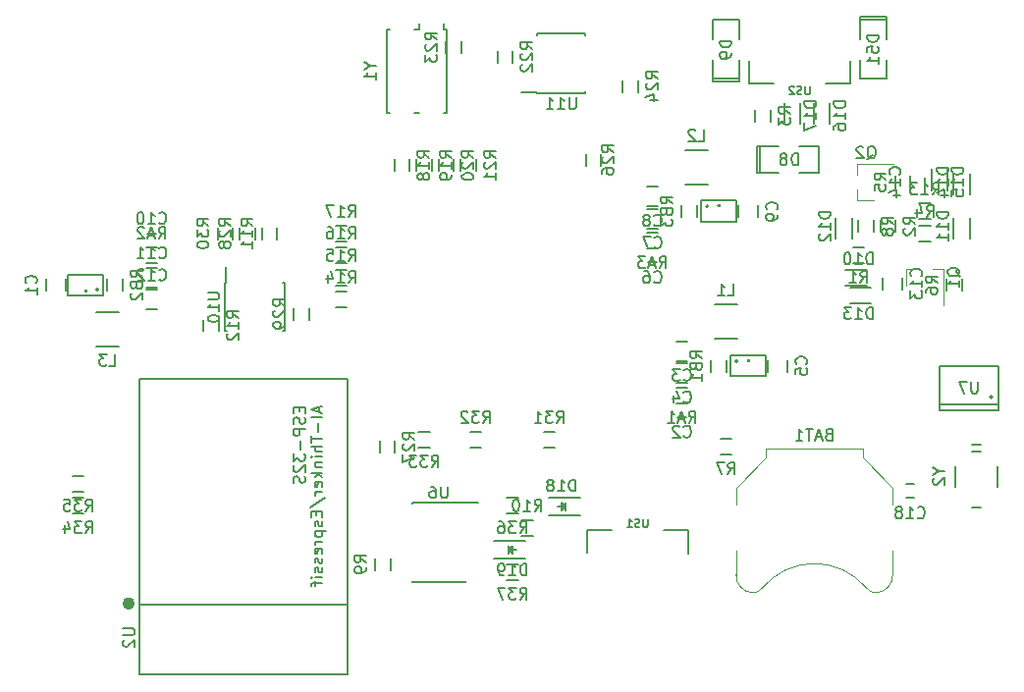
<source format=gbo>
G04 #@! TF.FileFunction,Legend,Bot*
%FSLAX46Y46*%
G04 Gerber Fmt 4.6, Leading zero omitted, Abs format (unit mm)*
G04 Created by KiCad (PCBNEW 4.0.5+dfsg1-4) date Sat May  6 12:26:19 2017*
%MOMM*%
%LPD*%
G01*
G04 APERTURE LIST*
%ADD10C,0.100000*%
%ADD11C,0.120000*%
%ADD12C,0.150000*%
%ADD13C,0.500000*%
%ADD14C,0.037500*%
G04 APERTURE END LIST*
D10*
D11*
X161075385Y-111454160D02*
G75*
G03X161990000Y-111070000I124615J984160D01*
G01*
X171904615Y-111454160D02*
G75*
G02X170990000Y-111070000I-124615J984160D01*
G01*
X161999339Y-111058671D02*
G75*
G02X170990000Y-111070000I4490661J-3711329D01*
G01*
X159740000Y-109920000D02*
G75*
G03X161190000Y-111470000I1500000J-50000D01*
G01*
X173240000Y-109920000D02*
G75*
G02X171790000Y-111470000I-1500000J-50000D01*
G01*
X159740000Y-107870000D02*
X159740000Y-109970000D01*
X173240000Y-107870000D02*
X173240000Y-109970000D01*
X173240000Y-103870000D02*
X173240000Y-102420000D01*
X173240000Y-102420000D02*
X170640000Y-99820000D01*
X170640000Y-99820000D02*
X170640000Y-99020000D01*
X170640000Y-99020000D02*
X162340000Y-99020000D01*
X162340000Y-99020000D02*
X162340000Y-99820000D01*
X162340000Y-99820000D02*
X159740000Y-102420000D01*
X159740000Y-102420000D02*
X159740000Y-103870000D01*
D12*
X170427000Y-62055000D02*
X170427000Y-61801000D01*
X170427000Y-61801000D02*
X172713000Y-61801000D01*
X172713000Y-61801000D02*
X172713000Y-62055000D01*
X170427000Y-62055000D02*
X172713000Y-62055000D01*
X172713000Y-62055000D02*
X172713000Y-63706000D01*
X170427000Y-65484000D02*
X170427000Y-67135000D01*
X170427000Y-67135000D02*
X172713000Y-67135000D01*
X172713000Y-67135000D02*
X172713000Y-65484000D01*
X170427000Y-63706000D02*
X170427000Y-62055000D01*
X157870000Y-89565000D02*
X159870000Y-89565000D01*
X159870000Y-86615000D02*
X157870000Y-86615000D01*
X159886803Y-91500000D02*
G75*
G03X159886803Y-91500000I-111803J0D01*
G01*
X159275000Y-92800000D02*
X162275000Y-92800000D01*
X162275000Y-92800000D02*
X162275000Y-91000000D01*
X162275000Y-91000000D02*
X159275000Y-91000000D01*
X159275000Y-91000000D02*
X159275000Y-92800000D01*
X155330000Y-76230000D02*
X157330000Y-76230000D01*
X157330000Y-73280000D02*
X155330000Y-73280000D01*
X157346803Y-78135000D02*
G75*
G03X157346803Y-78135000I-111803J0D01*
G01*
X156735000Y-79435000D02*
X159735000Y-79435000D01*
X159735000Y-79435000D02*
X159735000Y-77635000D01*
X159735000Y-77635000D02*
X156735000Y-77635000D01*
X156735000Y-77635000D02*
X156735000Y-79435000D01*
X106530000Y-87250000D02*
X104530000Y-87250000D01*
X104530000Y-90200000D02*
X106530000Y-90200000D01*
X104736803Y-85315000D02*
G75*
G03X104736803Y-85315000I-111803J0D01*
G01*
X105125000Y-84015000D02*
X102125000Y-84015000D01*
X102125000Y-84015000D02*
X102125000Y-85815000D01*
X102125000Y-85815000D02*
X105125000Y-85815000D01*
X105125000Y-85815000D02*
X105125000Y-84015000D01*
X100235000Y-85415000D02*
X100235000Y-84415000D01*
X101935000Y-84415000D02*
X101935000Y-85415000D01*
X155560000Y-91480000D02*
X154560000Y-91480000D01*
X154560000Y-89780000D02*
X155560000Y-89780000D01*
X155560000Y-93385000D02*
X154560000Y-93385000D01*
X154560000Y-91685000D02*
X155560000Y-91685000D01*
X164165000Y-91400000D02*
X164165000Y-92400000D01*
X162465000Y-92400000D02*
X162465000Y-91400000D01*
X153020000Y-80050000D02*
X152020000Y-80050000D01*
X152020000Y-78350000D02*
X153020000Y-78350000D01*
X153020000Y-78145000D02*
X152020000Y-78145000D01*
X152020000Y-76445000D02*
X153020000Y-76445000D01*
X161625000Y-78065000D02*
X161625000Y-79065000D01*
X159925000Y-79065000D02*
X159925000Y-78065000D01*
X108840000Y-83430000D02*
X109840000Y-83430000D01*
X109840000Y-85130000D02*
X108840000Y-85130000D01*
X108840000Y-85335000D02*
X109840000Y-85335000D01*
X109840000Y-87035000D02*
X108840000Y-87035000D01*
X161791000Y-75263000D02*
X161537000Y-75263000D01*
X161537000Y-75263000D02*
X161537000Y-72977000D01*
X161537000Y-72977000D02*
X161791000Y-72977000D01*
X161791000Y-75263000D02*
X161791000Y-72977000D01*
X161791000Y-72977000D02*
X163442000Y-72977000D01*
X165220000Y-75263000D02*
X166871000Y-75263000D01*
X166871000Y-75263000D02*
X166871000Y-72977000D01*
X166871000Y-72977000D02*
X165220000Y-72977000D01*
X163442000Y-75263000D02*
X161791000Y-75263000D01*
X160013000Y-67135000D02*
X160013000Y-67389000D01*
X160013000Y-67389000D02*
X157727000Y-67389000D01*
X157727000Y-67389000D02*
X157727000Y-67135000D01*
X160013000Y-67135000D02*
X157727000Y-67135000D01*
X157727000Y-67135000D02*
X157727000Y-65484000D01*
X160013000Y-63706000D02*
X160013000Y-62055000D01*
X160013000Y-62055000D02*
X157727000Y-62055000D01*
X157727000Y-62055000D02*
X157727000Y-63706000D01*
X160013000Y-65484000D02*
X160013000Y-67135000D01*
X181857000Y-94567000D02*
G75*
G03X181857000Y-94567000I-127000J0D01*
G01*
X182365000Y-95202000D02*
X177285000Y-95202000D01*
X182365000Y-91900000D02*
X177285000Y-91900000D01*
X182365000Y-95710000D02*
X177285000Y-95710000D01*
X182365000Y-95710000D02*
X182365000Y-91900000D01*
X177285000Y-95710000D02*
X177285000Y-91900000D01*
X174071000Y-84288000D02*
X174071000Y-85288000D01*
X172371000Y-85288000D02*
X172371000Y-84288000D01*
X169200000Y-83580000D02*
X171000000Y-83580000D01*
X169200000Y-84980000D02*
X171000000Y-84980000D01*
X178490000Y-80935000D02*
X178490000Y-79135000D01*
X179890000Y-80935000D02*
X179890000Y-79135000D01*
X177985000Y-74925000D02*
X177985000Y-76725000D01*
X176585000Y-74925000D02*
X176585000Y-76725000D01*
X168330000Y-80935000D02*
X168330000Y-79135000D01*
X169730000Y-80935000D02*
X169730000Y-79135000D01*
X155650000Y-108080000D02*
X155650000Y-106080000D01*
X155650000Y-106080000D02*
X153500000Y-106080000D01*
X149000000Y-106080000D02*
X146850000Y-106080000D01*
X146850000Y-106080000D02*
X146850000Y-108030000D01*
X160820000Y-65560000D02*
X160820000Y-67560000D01*
X160820000Y-67560000D02*
X162970000Y-67560000D01*
X167470000Y-67560000D02*
X169620000Y-67560000D01*
X169620000Y-67560000D02*
X169620000Y-65610000D01*
D11*
X174435000Y-83520000D02*
X175365000Y-83520000D01*
X177595000Y-83520000D02*
X176665000Y-83520000D01*
X177595000Y-83520000D02*
X177595000Y-86680000D01*
X174435000Y-83520000D02*
X174435000Y-84980000D01*
X170175000Y-77605000D02*
X170175000Y-76675000D01*
X170175000Y-74445000D02*
X170175000Y-75375000D01*
X170175000Y-74445000D02*
X173335000Y-74445000D01*
X170175000Y-77605000D02*
X171635000Y-77605000D01*
D12*
X154710000Y-96310000D02*
X155410000Y-96310000D01*
X155410000Y-95110000D02*
X154710000Y-95110000D01*
X152170000Y-82975000D02*
X152870000Y-82975000D01*
X152870000Y-81775000D02*
X152170000Y-81775000D01*
X109690000Y-80505000D02*
X108990000Y-80505000D01*
X108990000Y-81705000D02*
X109690000Y-81705000D01*
X174780000Y-75675000D02*
X174780000Y-76375000D01*
X175980000Y-76375000D02*
X175980000Y-75675000D01*
X170800000Y-81700000D02*
X169800000Y-81700000D01*
X169800000Y-83050000D02*
X170800000Y-83050000D01*
X172165000Y-79335000D02*
X172165000Y-80335000D01*
X173515000Y-80335000D02*
X173515000Y-79335000D01*
X175515000Y-81145000D02*
X176515000Y-81145000D01*
X176515000Y-79795000D02*
X175515000Y-79795000D01*
X174785000Y-76525000D02*
X174785000Y-75525000D01*
X173435000Y-75525000D02*
X173435000Y-76525000D01*
X179230000Y-85415000D02*
X179230000Y-84415000D01*
X177880000Y-84415000D02*
X177880000Y-85415000D01*
X159370000Y-98210000D02*
X158370000Y-98210000D01*
X158370000Y-99560000D02*
X159370000Y-99560000D01*
X170260000Y-79335000D02*
X170260000Y-80335000D01*
X171610000Y-80335000D02*
X171610000Y-79335000D01*
X129955000Y-109500000D02*
X129955000Y-108500000D01*
X128605000Y-108500000D02*
X128605000Y-109500000D01*
X141225000Y-106545000D02*
X142225000Y-106545000D01*
X142225000Y-105195000D02*
X141225000Y-105195000D01*
X175515000Y-79240000D02*
X176515000Y-79240000D01*
X176515000Y-77890000D02*
X175515000Y-77890000D01*
X155560000Y-93765000D02*
X154560000Y-93765000D01*
X154560000Y-95115000D02*
X155560000Y-95115000D01*
X108840000Y-83050000D02*
X109840000Y-83050000D01*
X109840000Y-81700000D02*
X108840000Y-81700000D01*
X153020000Y-80430000D02*
X152020000Y-80430000D01*
X152020000Y-81780000D02*
X153020000Y-81780000D01*
X158910000Y-92400000D02*
X158910000Y-91400000D01*
X157560000Y-91400000D02*
X157560000Y-92400000D01*
X105490000Y-84415000D02*
X105490000Y-85415000D01*
X106840000Y-85415000D02*
X106840000Y-84415000D01*
X156370000Y-79065000D02*
X156370000Y-78065000D01*
X155020000Y-78065000D02*
X155020000Y-79065000D01*
X125182000Y-86860000D02*
X126182000Y-86860000D01*
X126182000Y-85510000D02*
X125182000Y-85510000D01*
X125182000Y-84954000D02*
X126182000Y-84954000D01*
X126182000Y-83604000D02*
X125182000Y-83604000D01*
X125182000Y-83050000D02*
X126182000Y-83050000D01*
X126182000Y-81700000D02*
X125182000Y-81700000D01*
X125182000Y-81145000D02*
X126182000Y-81145000D01*
X126182000Y-79795000D02*
X125182000Y-79795000D01*
X130255000Y-74087000D02*
X130255000Y-75087000D01*
X131605000Y-75087000D02*
X131605000Y-74087000D01*
X132160000Y-74087000D02*
X132160000Y-75087000D01*
X133510000Y-75087000D02*
X133510000Y-74087000D01*
X134065000Y-74087000D02*
X134065000Y-75087000D01*
X135415000Y-75087000D02*
X135415000Y-74087000D01*
X135970000Y-74087000D02*
X135970000Y-75087000D01*
X137320000Y-75087000D02*
X137320000Y-74087000D01*
X115655000Y-84745000D02*
X115705000Y-84745000D01*
X115655000Y-88895000D02*
X115800000Y-88895000D01*
X120805000Y-88895000D02*
X120660000Y-88895000D01*
X120805000Y-84745000D02*
X120660000Y-84745000D01*
X115655000Y-84745000D02*
X115655000Y-88895000D01*
X120805000Y-84745000D02*
X120805000Y-88895000D01*
X115705000Y-84745000D02*
X115705000Y-83345000D01*
X174395000Y-103295000D02*
X175095000Y-103295000D01*
X175095000Y-102095000D02*
X174395000Y-102095000D01*
X142605000Y-68375000D02*
X142605000Y-68325000D01*
X146755000Y-68375000D02*
X146755000Y-68230000D01*
X146755000Y-63225000D02*
X146755000Y-63370000D01*
X142605000Y-63225000D02*
X142605000Y-63370000D01*
X142605000Y-68375000D02*
X146755000Y-68375000D01*
X142605000Y-63225000D02*
X146755000Y-63225000D01*
X142605000Y-68325000D02*
X141205000Y-68325000D01*
X171400000Y-86504000D02*
X169600000Y-86504000D01*
X171400000Y-85104000D02*
X169600000Y-85104000D01*
X178490000Y-77125000D02*
X178490000Y-75325000D01*
X179890000Y-77125000D02*
X179890000Y-75325000D01*
D13*
X107638415Y-112384338D02*
G75*
G03X107638415Y-112384338I-283981J0D01*
G01*
D12*
X126260434Y-112530338D02*
X108260434Y-112530338D01*
X108260434Y-118530338D02*
X108260434Y-93030338D01*
X126260434Y-118530338D02*
X126260434Y-93030338D01*
X126260434Y-93030338D02*
X108260434Y-93030338D01*
X126260434Y-118530338D02*
X108260434Y-118530338D01*
X167825000Y-69210000D02*
X167825000Y-71010000D01*
X166425000Y-69210000D02*
X166425000Y-71010000D01*
X165285000Y-69210000D02*
X165285000Y-71010000D01*
X163885000Y-69210000D02*
X163885000Y-71010000D01*
X161370000Y-69810000D02*
X161370000Y-70810000D01*
X162720000Y-70810000D02*
X162720000Y-69810000D01*
X139145000Y-64730000D02*
X139145000Y-65730000D01*
X140495000Y-65730000D02*
X140495000Y-64730000D01*
X136050000Y-64900000D02*
X136050000Y-63900000D01*
X134700000Y-63900000D02*
X134700000Y-64900000D01*
X149940000Y-67270000D02*
X149940000Y-68270000D01*
X151290000Y-68270000D02*
X151290000Y-67270000D01*
X146765000Y-73620000D02*
X146765000Y-74620000D01*
X148115000Y-74620000D02*
X148115000Y-73620000D01*
X131780000Y-103690000D02*
X131780000Y-103790000D01*
X131780000Y-110515000D02*
X131780000Y-110490000D01*
X136430000Y-110515000D02*
X136430000Y-110490000D01*
X137505000Y-103690000D02*
X131780000Y-103690000D01*
X136430000Y-110515000D02*
X131780000Y-110515000D01*
X120175000Y-80970000D02*
X120175000Y-79970000D01*
X118825000Y-79970000D02*
X118825000Y-80970000D01*
X113805000Y-87900000D02*
X113805000Y-88900000D01*
X115155000Y-88900000D02*
X115155000Y-87900000D01*
X128985000Y-98385000D02*
X128985000Y-99385000D01*
X130335000Y-99385000D02*
X130335000Y-98385000D01*
X118270000Y-80970000D02*
X118270000Y-79970000D01*
X116920000Y-79970000D02*
X116920000Y-80970000D01*
X122955000Y-87900000D02*
X122955000Y-86900000D01*
X121605000Y-86900000D02*
X121605000Y-87900000D01*
X116365000Y-80970000D02*
X116365000Y-79970000D01*
X115015000Y-79970000D02*
X115015000Y-80970000D01*
X143130000Y-98925000D02*
X144130000Y-98925000D01*
X144130000Y-97575000D02*
X143130000Y-97575000D01*
X136780000Y-98925000D02*
X137780000Y-98925000D01*
X137780000Y-97575000D02*
X136780000Y-97575000D01*
X133335000Y-97575000D02*
X132335000Y-97575000D01*
X132335000Y-98925000D02*
X133335000Y-98925000D01*
X103490000Y-103290000D02*
X102490000Y-103290000D01*
X102490000Y-104640000D02*
X103490000Y-104640000D01*
X180079000Y-99266000D02*
X180841000Y-99266000D01*
X182260000Y-100525000D02*
X182260000Y-102325000D01*
X180860000Y-104125000D02*
X180060000Y-104125000D01*
X178660000Y-102325000D02*
X178660000Y-100525000D01*
X180060000Y-98725000D02*
X180860000Y-98725000D01*
X134500000Y-62900000D02*
X134500000Y-62350000D01*
X134800000Y-70100000D02*
X134500000Y-70100000D01*
X129600000Y-70100000D02*
X129900000Y-70100000D01*
X129600000Y-62900000D02*
X129900000Y-62900000D01*
X134800000Y-62900000D02*
X134500000Y-62900000D01*
X134800000Y-62900000D02*
X134800000Y-70100000D01*
X132400000Y-62900000D02*
X132400000Y-62350000D01*
X129600000Y-62900000D02*
X129600000Y-70100000D01*
X132400000Y-70100000D02*
X132000000Y-70100000D01*
X132400000Y-62900000D02*
X132000000Y-62900000D01*
X103490000Y-101385000D02*
X102490000Y-101385000D01*
X102490000Y-102735000D02*
X103490000Y-102735000D01*
X146280000Y-104750000D02*
X143580000Y-104750000D01*
X146280000Y-103250000D02*
X143580000Y-103250000D01*
X144780000Y-104150000D02*
X144780000Y-103900000D01*
X144780000Y-103900000D02*
X144930000Y-104050000D01*
X145030000Y-103650000D02*
X145030000Y-104350000D01*
X144680000Y-104000000D02*
X144330000Y-104000000D01*
X145030000Y-104000000D02*
X144680000Y-103650000D01*
X144680000Y-103650000D02*
X144680000Y-104350000D01*
X144680000Y-104350000D02*
X145030000Y-104000000D01*
X138855000Y-107025000D02*
X141555000Y-107025000D01*
X138855000Y-108525000D02*
X141555000Y-108525000D01*
X140355000Y-107625000D02*
X140355000Y-107875000D01*
X140355000Y-107875000D02*
X140205000Y-107725000D01*
X140105000Y-108125000D02*
X140105000Y-107425000D01*
X140455000Y-107775000D02*
X140805000Y-107775000D01*
X140105000Y-107775000D02*
X140455000Y-108125000D01*
X140455000Y-108125000D02*
X140455000Y-107425000D01*
X140455000Y-107425000D02*
X140105000Y-107775000D01*
X140955000Y-103290000D02*
X139955000Y-103290000D01*
X139955000Y-104640000D02*
X140955000Y-104640000D01*
X140955000Y-109005000D02*
X139955000Y-109005000D01*
X139955000Y-110355000D02*
X140955000Y-110355000D01*
X167704285Y-97798571D02*
X167561428Y-97846190D01*
X167513809Y-97893810D01*
X167466190Y-97989048D01*
X167466190Y-98131905D01*
X167513809Y-98227143D01*
X167561428Y-98274762D01*
X167656666Y-98322381D01*
X168037619Y-98322381D01*
X168037619Y-97322381D01*
X167704285Y-97322381D01*
X167609047Y-97370000D01*
X167561428Y-97417619D01*
X167513809Y-97512857D01*
X167513809Y-97608095D01*
X167561428Y-97703333D01*
X167609047Y-97750952D01*
X167704285Y-97798571D01*
X168037619Y-97798571D01*
X167085238Y-98036667D02*
X166609047Y-98036667D01*
X167180476Y-98322381D02*
X166847143Y-97322381D01*
X166513809Y-98322381D01*
X166323333Y-97322381D02*
X165751904Y-97322381D01*
X166037619Y-98322381D02*
X166037619Y-97322381D01*
X164894761Y-98322381D02*
X165466190Y-98322381D01*
X165180476Y-98322381D02*
X165180476Y-97322381D01*
X165275714Y-97465238D01*
X165370952Y-97560476D01*
X165466190Y-97608095D01*
X172022381Y-63380714D02*
X171022381Y-63380714D01*
X171022381Y-63618809D01*
X171070000Y-63761667D01*
X171165238Y-63856905D01*
X171260476Y-63904524D01*
X171450952Y-63952143D01*
X171593810Y-63952143D01*
X171784286Y-63904524D01*
X171879524Y-63856905D01*
X171974762Y-63761667D01*
X172022381Y-63618809D01*
X172022381Y-63380714D01*
X171022381Y-64856905D02*
X171022381Y-64380714D01*
X171498571Y-64333095D01*
X171450952Y-64380714D01*
X171403333Y-64475952D01*
X171403333Y-64714048D01*
X171450952Y-64809286D01*
X171498571Y-64856905D01*
X171593810Y-64904524D01*
X171831905Y-64904524D01*
X171927143Y-64856905D01*
X171974762Y-64809286D01*
X172022381Y-64714048D01*
X172022381Y-64475952D01*
X171974762Y-64380714D01*
X171927143Y-64333095D01*
X172022381Y-65856905D02*
X172022381Y-65285476D01*
X172022381Y-65571190D02*
X171022381Y-65571190D01*
X171165238Y-65475952D01*
X171260476Y-65380714D01*
X171308095Y-65285476D01*
X159036666Y-85842381D02*
X159512857Y-85842381D01*
X159512857Y-84842381D01*
X158179523Y-85842381D02*
X158750952Y-85842381D01*
X158465238Y-85842381D02*
X158465238Y-84842381D01*
X158560476Y-84985238D01*
X158655714Y-85080476D01*
X158750952Y-85128095D01*
D14*
X160889286Y-91317857D02*
X160889286Y-91439286D01*
X160882143Y-91453571D01*
X160875000Y-91460714D01*
X160860714Y-91467857D01*
X160832143Y-91467857D01*
X160817857Y-91460714D01*
X160810714Y-91453571D01*
X160803571Y-91439286D01*
X160803571Y-91317857D01*
X160746428Y-91317857D02*
X160653571Y-91317857D01*
X160703571Y-91375000D01*
X160682143Y-91375000D01*
X160667857Y-91382143D01*
X160660714Y-91389286D01*
X160653571Y-91403571D01*
X160653571Y-91439286D01*
X160660714Y-91453571D01*
X160667857Y-91460714D01*
X160682143Y-91467857D01*
X160725000Y-91467857D01*
X160739286Y-91460714D01*
X160746428Y-91453571D01*
D12*
X156496666Y-72507381D02*
X156972857Y-72507381D01*
X156972857Y-71507381D01*
X156210952Y-71602619D02*
X156163333Y-71555000D01*
X156068095Y-71507381D01*
X155829999Y-71507381D01*
X155734761Y-71555000D01*
X155687142Y-71602619D01*
X155639523Y-71697857D01*
X155639523Y-71793095D01*
X155687142Y-71935952D01*
X156258571Y-72507381D01*
X155639523Y-72507381D01*
D14*
X158349286Y-77952857D02*
X158349286Y-78074286D01*
X158342143Y-78088571D01*
X158335000Y-78095714D01*
X158320714Y-78102857D01*
X158292143Y-78102857D01*
X158277857Y-78095714D01*
X158270714Y-78088571D01*
X158263571Y-78074286D01*
X158263571Y-77952857D01*
X158127857Y-78002857D02*
X158127857Y-78102857D01*
X158163571Y-77945714D02*
X158199286Y-78052857D01*
X158106428Y-78052857D01*
D12*
X105696666Y-91877381D02*
X106172857Y-91877381D01*
X106172857Y-90877381D01*
X105458571Y-90877381D02*
X104839523Y-90877381D01*
X105172857Y-91258333D01*
X105029999Y-91258333D01*
X104934761Y-91305952D01*
X104887142Y-91353571D01*
X104839523Y-91448810D01*
X104839523Y-91686905D01*
X104887142Y-91782143D01*
X104934761Y-91829762D01*
X105029999Y-91877381D01*
X105315714Y-91877381D01*
X105410952Y-91829762D01*
X105458571Y-91782143D01*
D14*
X103739286Y-85332857D02*
X103739286Y-85454286D01*
X103732143Y-85468571D01*
X103725000Y-85475714D01*
X103710714Y-85482857D01*
X103682143Y-85482857D01*
X103667857Y-85475714D01*
X103660714Y-85468571D01*
X103653571Y-85454286D01*
X103653571Y-85332857D01*
X103510714Y-85332857D02*
X103582143Y-85332857D01*
X103589286Y-85404286D01*
X103582143Y-85397143D01*
X103567857Y-85390000D01*
X103532143Y-85390000D01*
X103517857Y-85397143D01*
X103510714Y-85404286D01*
X103503571Y-85418571D01*
X103503571Y-85454286D01*
X103510714Y-85468571D01*
X103517857Y-85475714D01*
X103532143Y-85482857D01*
X103567857Y-85482857D01*
X103582143Y-85475714D01*
X103589286Y-85468571D01*
D12*
X99342143Y-84748334D02*
X99389762Y-84700715D01*
X99437381Y-84557858D01*
X99437381Y-84462620D01*
X99389762Y-84319762D01*
X99294524Y-84224524D01*
X99199286Y-84176905D01*
X99008810Y-84129286D01*
X98865952Y-84129286D01*
X98675476Y-84176905D01*
X98580238Y-84224524D01*
X98485000Y-84319762D01*
X98437381Y-84462620D01*
X98437381Y-84557858D01*
X98485000Y-84700715D01*
X98532619Y-84748334D01*
X99437381Y-85700715D02*
X99437381Y-85129286D01*
X99437381Y-85415000D02*
X98437381Y-85415000D01*
X98580238Y-85319762D01*
X98675476Y-85224524D01*
X98723095Y-85129286D01*
X155226666Y-93087143D02*
X155274285Y-93134762D01*
X155417142Y-93182381D01*
X155512380Y-93182381D01*
X155655238Y-93134762D01*
X155750476Y-93039524D01*
X155798095Y-92944286D01*
X155845714Y-92753810D01*
X155845714Y-92610952D01*
X155798095Y-92420476D01*
X155750476Y-92325238D01*
X155655238Y-92230000D01*
X155512380Y-92182381D01*
X155417142Y-92182381D01*
X155274285Y-92230000D01*
X155226666Y-92277619D01*
X154893333Y-92182381D02*
X154274285Y-92182381D01*
X154607619Y-92563333D01*
X154464761Y-92563333D01*
X154369523Y-92610952D01*
X154321904Y-92658571D01*
X154274285Y-92753810D01*
X154274285Y-92991905D01*
X154321904Y-93087143D01*
X154369523Y-93134762D01*
X154464761Y-93182381D01*
X154750476Y-93182381D01*
X154845714Y-93134762D01*
X154893333Y-93087143D01*
X155226666Y-94992143D02*
X155274285Y-95039762D01*
X155417142Y-95087381D01*
X155512380Y-95087381D01*
X155655238Y-95039762D01*
X155750476Y-94944524D01*
X155798095Y-94849286D01*
X155845714Y-94658810D01*
X155845714Y-94515952D01*
X155798095Y-94325476D01*
X155750476Y-94230238D01*
X155655238Y-94135000D01*
X155512380Y-94087381D01*
X155417142Y-94087381D01*
X155274285Y-94135000D01*
X155226666Y-94182619D01*
X154369523Y-94420714D02*
X154369523Y-95087381D01*
X154607619Y-94039762D02*
X154845714Y-94754048D01*
X154226666Y-94754048D01*
X165772143Y-91733334D02*
X165819762Y-91685715D01*
X165867381Y-91542858D01*
X165867381Y-91447620D01*
X165819762Y-91304762D01*
X165724524Y-91209524D01*
X165629286Y-91161905D01*
X165438810Y-91114286D01*
X165295952Y-91114286D01*
X165105476Y-91161905D01*
X165010238Y-91209524D01*
X164915000Y-91304762D01*
X164867381Y-91447620D01*
X164867381Y-91542858D01*
X164915000Y-91685715D01*
X164962619Y-91733334D01*
X164867381Y-92638096D02*
X164867381Y-92161905D01*
X165343571Y-92114286D01*
X165295952Y-92161905D01*
X165248333Y-92257143D01*
X165248333Y-92495239D01*
X165295952Y-92590477D01*
X165343571Y-92638096D01*
X165438810Y-92685715D01*
X165676905Y-92685715D01*
X165772143Y-92638096D01*
X165819762Y-92590477D01*
X165867381Y-92495239D01*
X165867381Y-92257143D01*
X165819762Y-92161905D01*
X165772143Y-92114286D01*
X152686666Y-81657143D02*
X152734285Y-81704762D01*
X152877142Y-81752381D01*
X152972380Y-81752381D01*
X153115238Y-81704762D01*
X153210476Y-81609524D01*
X153258095Y-81514286D01*
X153305714Y-81323810D01*
X153305714Y-81180952D01*
X153258095Y-80990476D01*
X153210476Y-80895238D01*
X153115238Y-80800000D01*
X152972380Y-80752381D01*
X152877142Y-80752381D01*
X152734285Y-80800000D01*
X152686666Y-80847619D01*
X152353333Y-80752381D02*
X151686666Y-80752381D01*
X152115238Y-81752381D01*
X152686666Y-79752143D02*
X152734285Y-79799762D01*
X152877142Y-79847381D01*
X152972380Y-79847381D01*
X153115238Y-79799762D01*
X153210476Y-79704524D01*
X153258095Y-79609286D01*
X153305714Y-79418810D01*
X153305714Y-79275952D01*
X153258095Y-79085476D01*
X153210476Y-78990238D01*
X153115238Y-78895000D01*
X152972380Y-78847381D01*
X152877142Y-78847381D01*
X152734285Y-78895000D01*
X152686666Y-78942619D01*
X152115238Y-79275952D02*
X152210476Y-79228333D01*
X152258095Y-79180714D01*
X152305714Y-79085476D01*
X152305714Y-79037857D01*
X152258095Y-78942619D01*
X152210476Y-78895000D01*
X152115238Y-78847381D01*
X151924761Y-78847381D01*
X151829523Y-78895000D01*
X151781904Y-78942619D01*
X151734285Y-79037857D01*
X151734285Y-79085476D01*
X151781904Y-79180714D01*
X151829523Y-79228333D01*
X151924761Y-79275952D01*
X152115238Y-79275952D01*
X152210476Y-79323571D01*
X152258095Y-79371190D01*
X152305714Y-79466429D01*
X152305714Y-79656905D01*
X152258095Y-79752143D01*
X152210476Y-79799762D01*
X152115238Y-79847381D01*
X151924761Y-79847381D01*
X151829523Y-79799762D01*
X151781904Y-79752143D01*
X151734285Y-79656905D01*
X151734285Y-79466429D01*
X151781904Y-79371190D01*
X151829523Y-79323571D01*
X151924761Y-79275952D01*
X163232143Y-78398334D02*
X163279762Y-78350715D01*
X163327381Y-78207858D01*
X163327381Y-78112620D01*
X163279762Y-77969762D01*
X163184524Y-77874524D01*
X163089286Y-77826905D01*
X162898810Y-77779286D01*
X162755952Y-77779286D01*
X162565476Y-77826905D01*
X162470238Y-77874524D01*
X162375000Y-77969762D01*
X162327381Y-78112620D01*
X162327381Y-78207858D01*
X162375000Y-78350715D01*
X162422619Y-78398334D01*
X163327381Y-78874524D02*
X163327381Y-79065000D01*
X163279762Y-79160239D01*
X163232143Y-79207858D01*
X163089286Y-79303096D01*
X162898810Y-79350715D01*
X162517857Y-79350715D01*
X162422619Y-79303096D01*
X162375000Y-79255477D01*
X162327381Y-79160239D01*
X162327381Y-78969762D01*
X162375000Y-78874524D01*
X162422619Y-78826905D01*
X162517857Y-78779286D01*
X162755952Y-78779286D01*
X162851190Y-78826905D01*
X162898810Y-78874524D01*
X162946429Y-78969762D01*
X162946429Y-79160239D01*
X162898810Y-79255477D01*
X162851190Y-79303096D01*
X162755952Y-79350715D01*
X109982857Y-82537143D02*
X110030476Y-82584762D01*
X110173333Y-82632381D01*
X110268571Y-82632381D01*
X110411429Y-82584762D01*
X110506667Y-82489524D01*
X110554286Y-82394286D01*
X110601905Y-82203810D01*
X110601905Y-82060952D01*
X110554286Y-81870476D01*
X110506667Y-81775238D01*
X110411429Y-81680000D01*
X110268571Y-81632381D01*
X110173333Y-81632381D01*
X110030476Y-81680000D01*
X109982857Y-81727619D01*
X109030476Y-82632381D02*
X109601905Y-82632381D01*
X109316191Y-82632381D02*
X109316191Y-81632381D01*
X109411429Y-81775238D01*
X109506667Y-81870476D01*
X109601905Y-81918095D01*
X108078095Y-82632381D02*
X108649524Y-82632381D01*
X108363810Y-82632381D02*
X108363810Y-81632381D01*
X108459048Y-81775238D01*
X108554286Y-81870476D01*
X108649524Y-81918095D01*
X109982857Y-84442143D02*
X110030476Y-84489762D01*
X110173333Y-84537381D01*
X110268571Y-84537381D01*
X110411429Y-84489762D01*
X110506667Y-84394524D01*
X110554286Y-84299286D01*
X110601905Y-84108810D01*
X110601905Y-83965952D01*
X110554286Y-83775476D01*
X110506667Y-83680238D01*
X110411429Y-83585000D01*
X110268571Y-83537381D01*
X110173333Y-83537381D01*
X110030476Y-83585000D01*
X109982857Y-83632619D01*
X109030476Y-84537381D02*
X109601905Y-84537381D01*
X109316191Y-84537381D02*
X109316191Y-83537381D01*
X109411429Y-83680238D01*
X109506667Y-83775476D01*
X109601905Y-83823095D01*
X108649524Y-83632619D02*
X108601905Y-83585000D01*
X108506667Y-83537381D01*
X108268571Y-83537381D01*
X108173333Y-83585000D01*
X108125714Y-83632619D01*
X108078095Y-83727857D01*
X108078095Y-83823095D01*
X108125714Y-83965952D01*
X108697143Y-84537381D01*
X108078095Y-84537381D01*
X165069095Y-74572381D02*
X165069095Y-73572381D01*
X164831000Y-73572381D01*
X164688142Y-73620000D01*
X164592904Y-73715238D01*
X164545285Y-73810476D01*
X164497666Y-74000952D01*
X164497666Y-74143810D01*
X164545285Y-74334286D01*
X164592904Y-74429524D01*
X164688142Y-74524762D01*
X164831000Y-74572381D01*
X165069095Y-74572381D01*
X163926238Y-74000952D02*
X164021476Y-73953333D01*
X164069095Y-73905714D01*
X164116714Y-73810476D01*
X164116714Y-73762857D01*
X164069095Y-73667619D01*
X164021476Y-73620000D01*
X163926238Y-73572381D01*
X163735761Y-73572381D01*
X163640523Y-73620000D01*
X163592904Y-73667619D01*
X163545285Y-73762857D01*
X163545285Y-73810476D01*
X163592904Y-73905714D01*
X163640523Y-73953333D01*
X163735761Y-74000952D01*
X163926238Y-74000952D01*
X164021476Y-74048571D01*
X164069095Y-74096190D01*
X164116714Y-74191429D01*
X164116714Y-74381905D01*
X164069095Y-74477143D01*
X164021476Y-74524762D01*
X163926238Y-74572381D01*
X163735761Y-74572381D01*
X163640523Y-74524762D01*
X163592904Y-74477143D01*
X163545285Y-74381905D01*
X163545285Y-74191429D01*
X163592904Y-74096190D01*
X163640523Y-74048571D01*
X163735761Y-74000952D01*
X159322381Y-63856905D02*
X158322381Y-63856905D01*
X158322381Y-64095000D01*
X158370000Y-64237858D01*
X158465238Y-64333096D01*
X158560476Y-64380715D01*
X158750952Y-64428334D01*
X158893810Y-64428334D01*
X159084286Y-64380715D01*
X159179524Y-64333096D01*
X159274762Y-64237858D01*
X159322381Y-64095000D01*
X159322381Y-63856905D01*
X159322381Y-64904524D02*
X159322381Y-65095000D01*
X159274762Y-65190239D01*
X159227143Y-65237858D01*
X159084286Y-65333096D01*
X158893810Y-65380715D01*
X158512857Y-65380715D01*
X158417619Y-65333096D01*
X158370000Y-65285477D01*
X158322381Y-65190239D01*
X158322381Y-64999762D01*
X158370000Y-64904524D01*
X158417619Y-64856905D01*
X158512857Y-64809286D01*
X158750952Y-64809286D01*
X158846190Y-64856905D01*
X158893810Y-64904524D01*
X158941429Y-64999762D01*
X158941429Y-65190239D01*
X158893810Y-65285477D01*
X158846190Y-65333096D01*
X158750952Y-65380715D01*
X180586905Y-93257381D02*
X180586905Y-94066905D01*
X180539286Y-94162143D01*
X180491667Y-94209762D01*
X180396429Y-94257381D01*
X180205952Y-94257381D01*
X180110714Y-94209762D01*
X180063095Y-94162143D01*
X180015476Y-94066905D01*
X180015476Y-93257381D01*
X179634524Y-93257381D02*
X178967857Y-93257381D01*
X179396429Y-94257381D01*
X175678143Y-84145143D02*
X175725762Y-84097524D01*
X175773381Y-83954667D01*
X175773381Y-83859429D01*
X175725762Y-83716571D01*
X175630524Y-83621333D01*
X175535286Y-83573714D01*
X175344810Y-83526095D01*
X175201952Y-83526095D01*
X175011476Y-83573714D01*
X174916238Y-83621333D01*
X174821000Y-83716571D01*
X174773381Y-83859429D01*
X174773381Y-83954667D01*
X174821000Y-84097524D01*
X174868619Y-84145143D01*
X175773381Y-85097524D02*
X175773381Y-84526095D01*
X175773381Y-84811809D02*
X174773381Y-84811809D01*
X174916238Y-84716571D01*
X175011476Y-84621333D01*
X175059095Y-84526095D01*
X174773381Y-85430857D02*
X174773381Y-86049905D01*
X175154333Y-85716571D01*
X175154333Y-85859429D01*
X175201952Y-85954667D01*
X175249571Y-86002286D01*
X175344810Y-86049905D01*
X175582905Y-86049905D01*
X175678143Y-86002286D01*
X175725762Y-85954667D01*
X175773381Y-85859429D01*
X175773381Y-85573714D01*
X175725762Y-85478476D01*
X175678143Y-85430857D01*
X171514286Y-83132381D02*
X171514286Y-82132381D01*
X171276191Y-82132381D01*
X171133333Y-82180000D01*
X171038095Y-82275238D01*
X170990476Y-82370476D01*
X170942857Y-82560952D01*
X170942857Y-82703810D01*
X170990476Y-82894286D01*
X171038095Y-82989524D01*
X171133333Y-83084762D01*
X171276191Y-83132381D01*
X171514286Y-83132381D01*
X169990476Y-83132381D02*
X170561905Y-83132381D01*
X170276191Y-83132381D02*
X170276191Y-82132381D01*
X170371429Y-82275238D01*
X170466667Y-82370476D01*
X170561905Y-82418095D01*
X169371429Y-82132381D02*
X169276190Y-82132381D01*
X169180952Y-82180000D01*
X169133333Y-82227619D01*
X169085714Y-82322857D01*
X169038095Y-82513333D01*
X169038095Y-82751429D01*
X169085714Y-82941905D01*
X169133333Y-83037143D01*
X169180952Y-83084762D01*
X169276190Y-83132381D01*
X169371429Y-83132381D01*
X169466667Y-83084762D01*
X169514286Y-83037143D01*
X169561905Y-82941905D01*
X169609524Y-82751429D01*
X169609524Y-82513333D01*
X169561905Y-82322857D01*
X169514286Y-82227619D01*
X169466667Y-82180000D01*
X169371429Y-82132381D01*
X178042381Y-78620714D02*
X177042381Y-78620714D01*
X177042381Y-78858809D01*
X177090000Y-79001667D01*
X177185238Y-79096905D01*
X177280476Y-79144524D01*
X177470952Y-79192143D01*
X177613810Y-79192143D01*
X177804286Y-79144524D01*
X177899524Y-79096905D01*
X177994762Y-79001667D01*
X178042381Y-78858809D01*
X178042381Y-78620714D01*
X178042381Y-80144524D02*
X178042381Y-79573095D01*
X178042381Y-79858809D02*
X177042381Y-79858809D01*
X177185238Y-79763571D01*
X177280476Y-79668333D01*
X177328095Y-79573095D01*
X178042381Y-81096905D02*
X178042381Y-80525476D01*
X178042381Y-80811190D02*
X177042381Y-80811190D01*
X177185238Y-80715952D01*
X177280476Y-80620714D01*
X177328095Y-80525476D01*
X179337381Y-74810714D02*
X178337381Y-74810714D01*
X178337381Y-75048809D01*
X178385000Y-75191667D01*
X178480238Y-75286905D01*
X178575476Y-75334524D01*
X178765952Y-75382143D01*
X178908810Y-75382143D01*
X179099286Y-75334524D01*
X179194524Y-75286905D01*
X179289762Y-75191667D01*
X179337381Y-75048809D01*
X179337381Y-74810714D01*
X179337381Y-76334524D02*
X179337381Y-75763095D01*
X179337381Y-76048809D02*
X178337381Y-76048809D01*
X178480238Y-75953571D01*
X178575476Y-75858333D01*
X178623095Y-75763095D01*
X178337381Y-77239286D02*
X178337381Y-76763095D01*
X178813571Y-76715476D01*
X178765952Y-76763095D01*
X178718333Y-76858333D01*
X178718333Y-77096429D01*
X178765952Y-77191667D01*
X178813571Y-77239286D01*
X178908810Y-77286905D01*
X179146905Y-77286905D01*
X179242143Y-77239286D01*
X179289762Y-77191667D01*
X179337381Y-77096429D01*
X179337381Y-76858333D01*
X179289762Y-76763095D01*
X179242143Y-76715476D01*
X167882381Y-78620714D02*
X166882381Y-78620714D01*
X166882381Y-78858809D01*
X166930000Y-79001667D01*
X167025238Y-79096905D01*
X167120476Y-79144524D01*
X167310952Y-79192143D01*
X167453810Y-79192143D01*
X167644286Y-79144524D01*
X167739524Y-79096905D01*
X167834762Y-79001667D01*
X167882381Y-78858809D01*
X167882381Y-78620714D01*
X167882381Y-80144524D02*
X167882381Y-79573095D01*
X167882381Y-79858809D02*
X166882381Y-79858809D01*
X167025238Y-79763571D01*
X167120476Y-79668333D01*
X167168095Y-79573095D01*
X166977619Y-80525476D02*
X166930000Y-80573095D01*
X166882381Y-80668333D01*
X166882381Y-80906429D01*
X166930000Y-81001667D01*
X166977619Y-81049286D01*
X167072857Y-81096905D01*
X167168095Y-81096905D01*
X167310952Y-81049286D01*
X167882381Y-80477857D01*
X167882381Y-81096905D01*
X152116666Y-105096667D02*
X152116666Y-105663333D01*
X152083333Y-105730000D01*
X152050000Y-105763333D01*
X151983333Y-105796667D01*
X151850000Y-105796667D01*
X151783333Y-105763333D01*
X151750000Y-105730000D01*
X151716666Y-105663333D01*
X151716666Y-105096667D01*
X151416667Y-105763333D02*
X151316667Y-105796667D01*
X151150000Y-105796667D01*
X151083333Y-105763333D01*
X151050000Y-105730000D01*
X151016667Y-105663333D01*
X151016667Y-105596667D01*
X151050000Y-105530000D01*
X151083333Y-105496667D01*
X151150000Y-105463333D01*
X151283333Y-105430000D01*
X151350000Y-105396667D01*
X151383333Y-105363333D01*
X151416667Y-105296667D01*
X151416667Y-105230000D01*
X151383333Y-105163333D01*
X151350000Y-105130000D01*
X151283333Y-105096667D01*
X151116667Y-105096667D01*
X151016667Y-105130000D01*
X150350000Y-105796667D02*
X150750000Y-105796667D01*
X150550000Y-105796667D02*
X150550000Y-105096667D01*
X150616666Y-105196667D01*
X150683333Y-105263333D01*
X150750000Y-105296667D01*
X166086666Y-67776667D02*
X166086666Y-68343333D01*
X166053333Y-68410000D01*
X166020000Y-68443333D01*
X165953333Y-68476667D01*
X165820000Y-68476667D01*
X165753333Y-68443333D01*
X165720000Y-68410000D01*
X165686666Y-68343333D01*
X165686666Y-67776667D01*
X165386667Y-68443333D02*
X165286667Y-68476667D01*
X165120000Y-68476667D01*
X165053333Y-68443333D01*
X165020000Y-68410000D01*
X164986667Y-68343333D01*
X164986667Y-68276667D01*
X165020000Y-68210000D01*
X165053333Y-68176667D01*
X165120000Y-68143333D01*
X165253333Y-68110000D01*
X165320000Y-68076667D01*
X165353333Y-68043333D01*
X165386667Y-67976667D01*
X165386667Y-67910000D01*
X165353333Y-67843333D01*
X165320000Y-67810000D01*
X165253333Y-67776667D01*
X165086667Y-67776667D01*
X164986667Y-67810000D01*
X164720000Y-67843333D02*
X164686666Y-67810000D01*
X164620000Y-67776667D01*
X164453333Y-67776667D01*
X164386666Y-67810000D01*
X164353333Y-67843333D01*
X164320000Y-67910000D01*
X164320000Y-67976667D01*
X164353333Y-68076667D01*
X164753333Y-68476667D01*
X164320000Y-68476667D01*
X179062619Y-84184762D02*
X179015000Y-84089524D01*
X178919762Y-83994286D01*
X178776905Y-83851429D01*
X178729286Y-83756190D01*
X178729286Y-83660952D01*
X178967381Y-83708571D02*
X178919762Y-83613333D01*
X178824524Y-83518095D01*
X178634048Y-83470476D01*
X178300714Y-83470476D01*
X178110238Y-83518095D01*
X178015000Y-83613333D01*
X177967381Y-83708571D01*
X177967381Y-83899048D01*
X178015000Y-83994286D01*
X178110238Y-84089524D01*
X178300714Y-84137143D01*
X178634048Y-84137143D01*
X178824524Y-84089524D01*
X178919762Y-83994286D01*
X178967381Y-83899048D01*
X178967381Y-83708571D01*
X178967381Y-85089524D02*
X178967381Y-84518095D01*
X178967381Y-84803809D02*
X177967381Y-84803809D01*
X178110238Y-84708571D01*
X178205476Y-84613333D01*
X178253095Y-84518095D01*
X171030238Y-74072619D02*
X171125476Y-74025000D01*
X171220714Y-73929762D01*
X171363571Y-73786905D01*
X171458810Y-73739286D01*
X171554048Y-73739286D01*
X171506429Y-73977381D02*
X171601667Y-73929762D01*
X171696905Y-73834524D01*
X171744524Y-73644048D01*
X171744524Y-73310714D01*
X171696905Y-73120238D01*
X171601667Y-73025000D01*
X171506429Y-72977381D01*
X171315952Y-72977381D01*
X171220714Y-73025000D01*
X171125476Y-73120238D01*
X171077857Y-73310714D01*
X171077857Y-73644048D01*
X171125476Y-73834524D01*
X171220714Y-73929762D01*
X171315952Y-73977381D01*
X171506429Y-73977381D01*
X170696905Y-73072619D02*
X170649286Y-73025000D01*
X170554048Y-72977381D01*
X170315952Y-72977381D01*
X170220714Y-73025000D01*
X170173095Y-73072619D01*
X170125476Y-73167857D01*
X170125476Y-73263095D01*
X170173095Y-73405952D01*
X170744524Y-73977381D01*
X170125476Y-73977381D01*
X155226666Y-97967143D02*
X155274285Y-98014762D01*
X155417142Y-98062381D01*
X155512380Y-98062381D01*
X155655238Y-98014762D01*
X155750476Y-97919524D01*
X155798095Y-97824286D01*
X155845714Y-97633810D01*
X155845714Y-97490952D01*
X155798095Y-97300476D01*
X155750476Y-97205238D01*
X155655238Y-97110000D01*
X155512380Y-97062381D01*
X155417142Y-97062381D01*
X155274285Y-97110000D01*
X155226666Y-97157619D01*
X154845714Y-97157619D02*
X154798095Y-97110000D01*
X154702857Y-97062381D01*
X154464761Y-97062381D01*
X154369523Y-97110000D01*
X154321904Y-97157619D01*
X154274285Y-97252857D01*
X154274285Y-97348095D01*
X154321904Y-97490952D01*
X154893333Y-98062381D01*
X154274285Y-98062381D01*
X152686666Y-84632143D02*
X152734285Y-84679762D01*
X152877142Y-84727381D01*
X152972380Y-84727381D01*
X153115238Y-84679762D01*
X153210476Y-84584524D01*
X153258095Y-84489286D01*
X153305714Y-84298810D01*
X153305714Y-84155952D01*
X153258095Y-83965476D01*
X153210476Y-83870238D01*
X153115238Y-83775000D01*
X152972380Y-83727381D01*
X152877142Y-83727381D01*
X152734285Y-83775000D01*
X152686666Y-83822619D01*
X151829523Y-83727381D02*
X152020000Y-83727381D01*
X152115238Y-83775000D01*
X152162857Y-83822619D01*
X152258095Y-83965476D01*
X152305714Y-84155952D01*
X152305714Y-84536905D01*
X152258095Y-84632143D01*
X152210476Y-84679762D01*
X152115238Y-84727381D01*
X151924761Y-84727381D01*
X151829523Y-84679762D01*
X151781904Y-84632143D01*
X151734285Y-84536905D01*
X151734285Y-84298810D01*
X151781904Y-84203571D01*
X151829523Y-84155952D01*
X151924761Y-84108333D01*
X152115238Y-84108333D01*
X152210476Y-84155952D01*
X152258095Y-84203571D01*
X152305714Y-84298810D01*
X109982857Y-79562143D02*
X110030476Y-79609762D01*
X110173333Y-79657381D01*
X110268571Y-79657381D01*
X110411429Y-79609762D01*
X110506667Y-79514524D01*
X110554286Y-79419286D01*
X110601905Y-79228810D01*
X110601905Y-79085952D01*
X110554286Y-78895476D01*
X110506667Y-78800238D01*
X110411429Y-78705000D01*
X110268571Y-78657381D01*
X110173333Y-78657381D01*
X110030476Y-78705000D01*
X109982857Y-78752619D01*
X109030476Y-79657381D02*
X109601905Y-79657381D01*
X109316191Y-79657381D02*
X109316191Y-78657381D01*
X109411429Y-78800238D01*
X109506667Y-78895476D01*
X109601905Y-78943095D01*
X108411429Y-78657381D02*
X108316190Y-78657381D01*
X108220952Y-78705000D01*
X108173333Y-78752619D01*
X108125714Y-78847857D01*
X108078095Y-79038333D01*
X108078095Y-79276429D01*
X108125714Y-79466905D01*
X108173333Y-79562143D01*
X108220952Y-79609762D01*
X108316190Y-79657381D01*
X108411429Y-79657381D01*
X108506667Y-79609762D01*
X108554286Y-79562143D01*
X108601905Y-79466905D01*
X108649524Y-79276429D01*
X108649524Y-79038333D01*
X108601905Y-78847857D01*
X108554286Y-78752619D01*
X108506667Y-78705000D01*
X108411429Y-78657381D01*
X173837143Y-75382143D02*
X173884762Y-75334524D01*
X173932381Y-75191667D01*
X173932381Y-75096429D01*
X173884762Y-74953571D01*
X173789524Y-74858333D01*
X173694286Y-74810714D01*
X173503810Y-74763095D01*
X173360952Y-74763095D01*
X173170476Y-74810714D01*
X173075238Y-74858333D01*
X172980000Y-74953571D01*
X172932381Y-75096429D01*
X172932381Y-75191667D01*
X172980000Y-75334524D01*
X173027619Y-75382143D01*
X173932381Y-76334524D02*
X173932381Y-75763095D01*
X173932381Y-76048809D02*
X172932381Y-76048809D01*
X173075238Y-75953571D01*
X173170476Y-75858333D01*
X173218095Y-75763095D01*
X173265714Y-77191667D02*
X173932381Y-77191667D01*
X172884762Y-76953571D02*
X173599048Y-76715476D01*
X173599048Y-77334524D01*
X170466666Y-84727381D02*
X170800000Y-84251190D01*
X171038095Y-84727381D02*
X171038095Y-83727381D01*
X170657142Y-83727381D01*
X170561904Y-83775000D01*
X170514285Y-83822619D01*
X170466666Y-83917857D01*
X170466666Y-84060714D01*
X170514285Y-84155952D01*
X170561904Y-84203571D01*
X170657142Y-84251190D01*
X171038095Y-84251190D01*
X169514285Y-84727381D02*
X170085714Y-84727381D01*
X169800000Y-84727381D02*
X169800000Y-83727381D01*
X169895238Y-83870238D01*
X169990476Y-83965476D01*
X170085714Y-84013095D01*
X175192381Y-79668334D02*
X174716190Y-79335000D01*
X175192381Y-79096905D02*
X174192381Y-79096905D01*
X174192381Y-79477858D01*
X174240000Y-79573096D01*
X174287619Y-79620715D01*
X174382857Y-79668334D01*
X174525714Y-79668334D01*
X174620952Y-79620715D01*
X174668571Y-79573096D01*
X174716190Y-79477858D01*
X174716190Y-79096905D01*
X174287619Y-80049286D02*
X174240000Y-80096905D01*
X174192381Y-80192143D01*
X174192381Y-80430239D01*
X174240000Y-80525477D01*
X174287619Y-80573096D01*
X174382857Y-80620715D01*
X174478095Y-80620715D01*
X174620952Y-80573096D01*
X175192381Y-80001667D01*
X175192381Y-80620715D01*
X176181666Y-79022381D02*
X176515000Y-78546190D01*
X176753095Y-79022381D02*
X176753095Y-78022381D01*
X176372142Y-78022381D01*
X176276904Y-78070000D01*
X176229285Y-78117619D01*
X176181666Y-78212857D01*
X176181666Y-78355714D01*
X176229285Y-78450952D01*
X176276904Y-78498571D01*
X176372142Y-78546190D01*
X176753095Y-78546190D01*
X175324523Y-78355714D02*
X175324523Y-79022381D01*
X175562619Y-77974762D02*
X175800714Y-78689048D01*
X175181666Y-78689048D01*
X172662381Y-75858334D02*
X172186190Y-75525000D01*
X172662381Y-75286905D02*
X171662381Y-75286905D01*
X171662381Y-75667858D01*
X171710000Y-75763096D01*
X171757619Y-75810715D01*
X171852857Y-75858334D01*
X171995714Y-75858334D01*
X172090952Y-75810715D01*
X172138571Y-75763096D01*
X172186190Y-75667858D01*
X172186190Y-75286905D01*
X171662381Y-76763096D02*
X171662381Y-76286905D01*
X172138571Y-76239286D01*
X172090952Y-76286905D01*
X172043333Y-76382143D01*
X172043333Y-76620239D01*
X172090952Y-76715477D01*
X172138571Y-76763096D01*
X172233810Y-76810715D01*
X172471905Y-76810715D01*
X172567143Y-76763096D01*
X172614762Y-76715477D01*
X172662381Y-76620239D01*
X172662381Y-76382143D01*
X172614762Y-76286905D01*
X172567143Y-76239286D01*
X177107381Y-84748334D02*
X176631190Y-84415000D01*
X177107381Y-84176905D02*
X176107381Y-84176905D01*
X176107381Y-84557858D01*
X176155000Y-84653096D01*
X176202619Y-84700715D01*
X176297857Y-84748334D01*
X176440714Y-84748334D01*
X176535952Y-84700715D01*
X176583571Y-84653096D01*
X176631190Y-84557858D01*
X176631190Y-84176905D01*
X176107381Y-85605477D02*
X176107381Y-85415000D01*
X176155000Y-85319762D01*
X176202619Y-85272143D01*
X176345476Y-85176905D01*
X176535952Y-85129286D01*
X176916905Y-85129286D01*
X177012143Y-85176905D01*
X177059762Y-85224524D01*
X177107381Y-85319762D01*
X177107381Y-85510239D01*
X177059762Y-85605477D01*
X177012143Y-85653096D01*
X176916905Y-85700715D01*
X176678810Y-85700715D01*
X176583571Y-85653096D01*
X176535952Y-85605477D01*
X176488333Y-85510239D01*
X176488333Y-85319762D01*
X176535952Y-85224524D01*
X176583571Y-85176905D01*
X176678810Y-85129286D01*
X159036666Y-101237381D02*
X159370000Y-100761190D01*
X159608095Y-101237381D02*
X159608095Y-100237381D01*
X159227142Y-100237381D01*
X159131904Y-100285000D01*
X159084285Y-100332619D01*
X159036666Y-100427857D01*
X159036666Y-100570714D01*
X159084285Y-100665952D01*
X159131904Y-100713571D01*
X159227142Y-100761190D01*
X159608095Y-100761190D01*
X158703333Y-100237381D02*
X158036666Y-100237381D01*
X158465238Y-101237381D01*
X173287381Y-79668334D02*
X172811190Y-79335000D01*
X173287381Y-79096905D02*
X172287381Y-79096905D01*
X172287381Y-79477858D01*
X172335000Y-79573096D01*
X172382619Y-79620715D01*
X172477857Y-79668334D01*
X172620714Y-79668334D01*
X172715952Y-79620715D01*
X172763571Y-79573096D01*
X172811190Y-79477858D01*
X172811190Y-79096905D01*
X172715952Y-80239762D02*
X172668333Y-80144524D01*
X172620714Y-80096905D01*
X172525476Y-80049286D01*
X172477857Y-80049286D01*
X172382619Y-80096905D01*
X172335000Y-80144524D01*
X172287381Y-80239762D01*
X172287381Y-80430239D01*
X172335000Y-80525477D01*
X172382619Y-80573096D01*
X172477857Y-80620715D01*
X172525476Y-80620715D01*
X172620714Y-80573096D01*
X172668333Y-80525477D01*
X172715952Y-80430239D01*
X172715952Y-80239762D01*
X172763571Y-80144524D01*
X172811190Y-80096905D01*
X172906429Y-80049286D01*
X173096905Y-80049286D01*
X173192143Y-80096905D01*
X173239762Y-80144524D01*
X173287381Y-80239762D01*
X173287381Y-80430239D01*
X173239762Y-80525477D01*
X173192143Y-80573096D01*
X173096905Y-80620715D01*
X172906429Y-80620715D01*
X172811190Y-80573096D01*
X172763571Y-80525477D01*
X172715952Y-80430239D01*
X127832381Y-108833334D02*
X127356190Y-108500000D01*
X127832381Y-108261905D02*
X126832381Y-108261905D01*
X126832381Y-108642858D01*
X126880000Y-108738096D01*
X126927619Y-108785715D01*
X127022857Y-108833334D01*
X127165714Y-108833334D01*
X127260952Y-108785715D01*
X127308571Y-108738096D01*
X127356190Y-108642858D01*
X127356190Y-108261905D01*
X127832381Y-109309524D02*
X127832381Y-109500000D01*
X127784762Y-109595239D01*
X127737143Y-109642858D01*
X127594286Y-109738096D01*
X127403810Y-109785715D01*
X127022857Y-109785715D01*
X126927619Y-109738096D01*
X126880000Y-109690477D01*
X126832381Y-109595239D01*
X126832381Y-109404762D01*
X126880000Y-109309524D01*
X126927619Y-109261905D01*
X127022857Y-109214286D01*
X127260952Y-109214286D01*
X127356190Y-109261905D01*
X127403810Y-109309524D01*
X127451429Y-109404762D01*
X127451429Y-109595239D01*
X127403810Y-109690477D01*
X127356190Y-109738096D01*
X127260952Y-109785715D01*
X142367857Y-104422381D02*
X142701191Y-103946190D01*
X142939286Y-104422381D02*
X142939286Y-103422381D01*
X142558333Y-103422381D01*
X142463095Y-103470000D01*
X142415476Y-103517619D01*
X142367857Y-103612857D01*
X142367857Y-103755714D01*
X142415476Y-103850952D01*
X142463095Y-103898571D01*
X142558333Y-103946190D01*
X142939286Y-103946190D01*
X141415476Y-104422381D02*
X141986905Y-104422381D01*
X141701191Y-104422381D02*
X141701191Y-103422381D01*
X141796429Y-103565238D01*
X141891667Y-103660476D01*
X141986905Y-103708095D01*
X140796429Y-103422381D02*
X140701190Y-103422381D01*
X140605952Y-103470000D01*
X140558333Y-103517619D01*
X140510714Y-103612857D01*
X140463095Y-103803333D01*
X140463095Y-104041429D01*
X140510714Y-104231905D01*
X140558333Y-104327143D01*
X140605952Y-104374762D01*
X140701190Y-104422381D01*
X140796429Y-104422381D01*
X140891667Y-104374762D01*
X140939286Y-104327143D01*
X140986905Y-104231905D01*
X141034524Y-104041429D01*
X141034524Y-103803333D01*
X140986905Y-103612857D01*
X140939286Y-103517619D01*
X140891667Y-103470000D01*
X140796429Y-103422381D01*
X176657857Y-77117381D02*
X176991191Y-76641190D01*
X177229286Y-77117381D02*
X177229286Y-76117381D01*
X176848333Y-76117381D01*
X176753095Y-76165000D01*
X176705476Y-76212619D01*
X176657857Y-76307857D01*
X176657857Y-76450714D01*
X176705476Y-76545952D01*
X176753095Y-76593571D01*
X176848333Y-76641190D01*
X177229286Y-76641190D01*
X175705476Y-77117381D02*
X176276905Y-77117381D01*
X175991191Y-77117381D02*
X175991191Y-76117381D01*
X176086429Y-76260238D01*
X176181667Y-76355476D01*
X176276905Y-76403095D01*
X175372143Y-76117381D02*
X174753095Y-76117381D01*
X175086429Y-76498333D01*
X174943571Y-76498333D01*
X174848333Y-76545952D01*
X174800714Y-76593571D01*
X174753095Y-76688810D01*
X174753095Y-76926905D01*
X174800714Y-77022143D01*
X174848333Y-77069762D01*
X174943571Y-77117381D01*
X175229286Y-77117381D01*
X175324524Y-77069762D01*
X175372143Y-77022143D01*
X155655238Y-96792381D02*
X155988572Y-96316190D01*
X156226667Y-96792381D02*
X156226667Y-95792381D01*
X155845714Y-95792381D01*
X155750476Y-95840000D01*
X155702857Y-95887619D01*
X155655238Y-95982857D01*
X155655238Y-96125714D01*
X155702857Y-96220952D01*
X155750476Y-96268571D01*
X155845714Y-96316190D01*
X156226667Y-96316190D01*
X155274286Y-96506667D02*
X154798095Y-96506667D01*
X155369524Y-96792381D02*
X155036191Y-95792381D01*
X154702857Y-96792381D01*
X153845714Y-96792381D02*
X154417143Y-96792381D01*
X154131429Y-96792381D02*
X154131429Y-95792381D01*
X154226667Y-95935238D01*
X154321905Y-96030476D01*
X154417143Y-96078095D01*
X109935238Y-80927381D02*
X110268572Y-80451190D01*
X110506667Y-80927381D02*
X110506667Y-79927381D01*
X110125714Y-79927381D01*
X110030476Y-79975000D01*
X109982857Y-80022619D01*
X109935238Y-80117857D01*
X109935238Y-80260714D01*
X109982857Y-80355952D01*
X110030476Y-80403571D01*
X110125714Y-80451190D01*
X110506667Y-80451190D01*
X109554286Y-80641667D02*
X109078095Y-80641667D01*
X109649524Y-80927381D02*
X109316191Y-79927381D01*
X108982857Y-80927381D01*
X108697143Y-80022619D02*
X108649524Y-79975000D01*
X108554286Y-79927381D01*
X108316190Y-79927381D01*
X108220952Y-79975000D01*
X108173333Y-80022619D01*
X108125714Y-80117857D01*
X108125714Y-80213095D01*
X108173333Y-80355952D01*
X108744762Y-80927381D01*
X108125714Y-80927381D01*
X153115238Y-83457381D02*
X153448572Y-82981190D01*
X153686667Y-83457381D02*
X153686667Y-82457381D01*
X153305714Y-82457381D01*
X153210476Y-82505000D01*
X153162857Y-82552619D01*
X153115238Y-82647857D01*
X153115238Y-82790714D01*
X153162857Y-82885952D01*
X153210476Y-82933571D01*
X153305714Y-82981190D01*
X153686667Y-82981190D01*
X152734286Y-83171667D02*
X152258095Y-83171667D01*
X152829524Y-83457381D02*
X152496191Y-82457381D01*
X152162857Y-83457381D01*
X151924762Y-82457381D02*
X151305714Y-82457381D01*
X151639048Y-82838333D01*
X151496190Y-82838333D01*
X151400952Y-82885952D01*
X151353333Y-82933571D01*
X151305714Y-83028810D01*
X151305714Y-83266905D01*
X151353333Y-83362143D01*
X151400952Y-83409762D01*
X151496190Y-83457381D01*
X151781905Y-83457381D01*
X151877143Y-83409762D01*
X151924762Y-83362143D01*
X156787381Y-91233334D02*
X156311190Y-90900000D01*
X156787381Y-90661905D02*
X155787381Y-90661905D01*
X155787381Y-91042858D01*
X155835000Y-91138096D01*
X155882619Y-91185715D01*
X155977857Y-91233334D01*
X156120714Y-91233334D01*
X156215952Y-91185715D01*
X156263571Y-91138096D01*
X156311190Y-91042858D01*
X156311190Y-90661905D01*
X156263571Y-91995239D02*
X156311190Y-92138096D01*
X156358810Y-92185715D01*
X156454048Y-92233334D01*
X156596905Y-92233334D01*
X156692143Y-92185715D01*
X156739762Y-92138096D01*
X156787381Y-92042858D01*
X156787381Y-91661905D01*
X155787381Y-91661905D01*
X155787381Y-91995239D01*
X155835000Y-92090477D01*
X155882619Y-92138096D01*
X155977857Y-92185715D01*
X156073095Y-92185715D01*
X156168333Y-92138096D01*
X156215952Y-92090477D01*
X156263571Y-91995239D01*
X156263571Y-91661905D01*
X156787381Y-93185715D02*
X156787381Y-92614286D01*
X156787381Y-92900000D02*
X155787381Y-92900000D01*
X155930238Y-92804762D01*
X156025476Y-92709524D01*
X156073095Y-92614286D01*
X108517381Y-84248334D02*
X108041190Y-83915000D01*
X108517381Y-83676905D02*
X107517381Y-83676905D01*
X107517381Y-84057858D01*
X107565000Y-84153096D01*
X107612619Y-84200715D01*
X107707857Y-84248334D01*
X107850714Y-84248334D01*
X107945952Y-84200715D01*
X107993571Y-84153096D01*
X108041190Y-84057858D01*
X108041190Y-83676905D01*
X107993571Y-85010239D02*
X108041190Y-85153096D01*
X108088810Y-85200715D01*
X108184048Y-85248334D01*
X108326905Y-85248334D01*
X108422143Y-85200715D01*
X108469762Y-85153096D01*
X108517381Y-85057858D01*
X108517381Y-84676905D01*
X107517381Y-84676905D01*
X107517381Y-85010239D01*
X107565000Y-85105477D01*
X107612619Y-85153096D01*
X107707857Y-85200715D01*
X107803095Y-85200715D01*
X107898333Y-85153096D01*
X107945952Y-85105477D01*
X107993571Y-85010239D01*
X107993571Y-84676905D01*
X107612619Y-85629286D02*
X107565000Y-85676905D01*
X107517381Y-85772143D01*
X107517381Y-86010239D01*
X107565000Y-86105477D01*
X107612619Y-86153096D01*
X107707857Y-86200715D01*
X107803095Y-86200715D01*
X107945952Y-86153096D01*
X108517381Y-85581667D01*
X108517381Y-86200715D01*
X154247381Y-77898334D02*
X153771190Y-77565000D01*
X154247381Y-77326905D02*
X153247381Y-77326905D01*
X153247381Y-77707858D01*
X153295000Y-77803096D01*
X153342619Y-77850715D01*
X153437857Y-77898334D01*
X153580714Y-77898334D01*
X153675952Y-77850715D01*
X153723571Y-77803096D01*
X153771190Y-77707858D01*
X153771190Y-77326905D01*
X153723571Y-78660239D02*
X153771190Y-78803096D01*
X153818810Y-78850715D01*
X153914048Y-78898334D01*
X154056905Y-78898334D01*
X154152143Y-78850715D01*
X154199762Y-78803096D01*
X154247381Y-78707858D01*
X154247381Y-78326905D01*
X153247381Y-78326905D01*
X153247381Y-78660239D01*
X153295000Y-78755477D01*
X153342619Y-78803096D01*
X153437857Y-78850715D01*
X153533095Y-78850715D01*
X153628333Y-78803096D01*
X153675952Y-78755477D01*
X153723571Y-78660239D01*
X153723571Y-78326905D01*
X153247381Y-79231667D02*
X153247381Y-79850715D01*
X153628333Y-79517381D01*
X153628333Y-79660239D01*
X153675952Y-79755477D01*
X153723571Y-79803096D01*
X153818810Y-79850715D01*
X154056905Y-79850715D01*
X154152143Y-79803096D01*
X154199762Y-79755477D01*
X154247381Y-79660239D01*
X154247381Y-79374524D01*
X154199762Y-79279286D01*
X154152143Y-79231667D01*
X126324857Y-84737381D02*
X126658191Y-84261190D01*
X126896286Y-84737381D02*
X126896286Y-83737381D01*
X126515333Y-83737381D01*
X126420095Y-83785000D01*
X126372476Y-83832619D01*
X126324857Y-83927857D01*
X126324857Y-84070714D01*
X126372476Y-84165952D01*
X126420095Y-84213571D01*
X126515333Y-84261190D01*
X126896286Y-84261190D01*
X125372476Y-84737381D02*
X125943905Y-84737381D01*
X125658191Y-84737381D02*
X125658191Y-83737381D01*
X125753429Y-83880238D01*
X125848667Y-83975476D01*
X125943905Y-84023095D01*
X124515333Y-84070714D02*
X124515333Y-84737381D01*
X124753429Y-83689762D02*
X124991524Y-84404048D01*
X124372476Y-84404048D01*
X126324857Y-82831381D02*
X126658191Y-82355190D01*
X126896286Y-82831381D02*
X126896286Y-81831381D01*
X126515333Y-81831381D01*
X126420095Y-81879000D01*
X126372476Y-81926619D01*
X126324857Y-82021857D01*
X126324857Y-82164714D01*
X126372476Y-82259952D01*
X126420095Y-82307571D01*
X126515333Y-82355190D01*
X126896286Y-82355190D01*
X125372476Y-82831381D02*
X125943905Y-82831381D01*
X125658191Y-82831381D02*
X125658191Y-81831381D01*
X125753429Y-81974238D01*
X125848667Y-82069476D01*
X125943905Y-82117095D01*
X124467714Y-81831381D02*
X124943905Y-81831381D01*
X124991524Y-82307571D01*
X124943905Y-82259952D01*
X124848667Y-82212333D01*
X124610571Y-82212333D01*
X124515333Y-82259952D01*
X124467714Y-82307571D01*
X124420095Y-82402810D01*
X124420095Y-82640905D01*
X124467714Y-82736143D01*
X124515333Y-82783762D01*
X124610571Y-82831381D01*
X124848667Y-82831381D01*
X124943905Y-82783762D01*
X124991524Y-82736143D01*
X126324857Y-80927381D02*
X126658191Y-80451190D01*
X126896286Y-80927381D02*
X126896286Y-79927381D01*
X126515333Y-79927381D01*
X126420095Y-79975000D01*
X126372476Y-80022619D01*
X126324857Y-80117857D01*
X126324857Y-80260714D01*
X126372476Y-80355952D01*
X126420095Y-80403571D01*
X126515333Y-80451190D01*
X126896286Y-80451190D01*
X125372476Y-80927381D02*
X125943905Y-80927381D01*
X125658191Y-80927381D02*
X125658191Y-79927381D01*
X125753429Y-80070238D01*
X125848667Y-80165476D01*
X125943905Y-80213095D01*
X124515333Y-79927381D02*
X124705810Y-79927381D01*
X124801048Y-79975000D01*
X124848667Y-80022619D01*
X124943905Y-80165476D01*
X124991524Y-80355952D01*
X124991524Y-80736905D01*
X124943905Y-80832143D01*
X124896286Y-80879762D01*
X124801048Y-80927381D01*
X124610571Y-80927381D01*
X124515333Y-80879762D01*
X124467714Y-80832143D01*
X124420095Y-80736905D01*
X124420095Y-80498810D01*
X124467714Y-80403571D01*
X124515333Y-80355952D01*
X124610571Y-80308333D01*
X124801048Y-80308333D01*
X124896286Y-80355952D01*
X124943905Y-80403571D01*
X124991524Y-80498810D01*
X126324857Y-79022381D02*
X126658191Y-78546190D01*
X126896286Y-79022381D02*
X126896286Y-78022381D01*
X126515333Y-78022381D01*
X126420095Y-78070000D01*
X126372476Y-78117619D01*
X126324857Y-78212857D01*
X126324857Y-78355714D01*
X126372476Y-78450952D01*
X126420095Y-78498571D01*
X126515333Y-78546190D01*
X126896286Y-78546190D01*
X125372476Y-79022381D02*
X125943905Y-79022381D01*
X125658191Y-79022381D02*
X125658191Y-78022381D01*
X125753429Y-78165238D01*
X125848667Y-78260476D01*
X125943905Y-78308095D01*
X125039143Y-78022381D02*
X124372476Y-78022381D01*
X124801048Y-79022381D01*
X133282381Y-73944143D02*
X132806190Y-73610809D01*
X133282381Y-73372714D02*
X132282381Y-73372714D01*
X132282381Y-73753667D01*
X132330000Y-73848905D01*
X132377619Y-73896524D01*
X132472857Y-73944143D01*
X132615714Y-73944143D01*
X132710952Y-73896524D01*
X132758571Y-73848905D01*
X132806190Y-73753667D01*
X132806190Y-73372714D01*
X133282381Y-74896524D02*
X133282381Y-74325095D01*
X133282381Y-74610809D02*
X132282381Y-74610809D01*
X132425238Y-74515571D01*
X132520476Y-74420333D01*
X132568095Y-74325095D01*
X132710952Y-75467952D02*
X132663333Y-75372714D01*
X132615714Y-75325095D01*
X132520476Y-75277476D01*
X132472857Y-75277476D01*
X132377619Y-75325095D01*
X132330000Y-75372714D01*
X132282381Y-75467952D01*
X132282381Y-75658429D01*
X132330000Y-75753667D01*
X132377619Y-75801286D01*
X132472857Y-75848905D01*
X132520476Y-75848905D01*
X132615714Y-75801286D01*
X132663333Y-75753667D01*
X132710952Y-75658429D01*
X132710952Y-75467952D01*
X132758571Y-75372714D01*
X132806190Y-75325095D01*
X132901429Y-75277476D01*
X133091905Y-75277476D01*
X133187143Y-75325095D01*
X133234762Y-75372714D01*
X133282381Y-75467952D01*
X133282381Y-75658429D01*
X133234762Y-75753667D01*
X133187143Y-75801286D01*
X133091905Y-75848905D01*
X132901429Y-75848905D01*
X132806190Y-75801286D01*
X132758571Y-75753667D01*
X132710952Y-75658429D01*
X135187381Y-73944143D02*
X134711190Y-73610809D01*
X135187381Y-73372714D02*
X134187381Y-73372714D01*
X134187381Y-73753667D01*
X134235000Y-73848905D01*
X134282619Y-73896524D01*
X134377857Y-73944143D01*
X134520714Y-73944143D01*
X134615952Y-73896524D01*
X134663571Y-73848905D01*
X134711190Y-73753667D01*
X134711190Y-73372714D01*
X135187381Y-74896524D02*
X135187381Y-74325095D01*
X135187381Y-74610809D02*
X134187381Y-74610809D01*
X134330238Y-74515571D01*
X134425476Y-74420333D01*
X134473095Y-74325095D01*
X135187381Y-75372714D02*
X135187381Y-75563190D01*
X135139762Y-75658429D01*
X135092143Y-75706048D01*
X134949286Y-75801286D01*
X134758810Y-75848905D01*
X134377857Y-75848905D01*
X134282619Y-75801286D01*
X134235000Y-75753667D01*
X134187381Y-75658429D01*
X134187381Y-75467952D01*
X134235000Y-75372714D01*
X134282619Y-75325095D01*
X134377857Y-75277476D01*
X134615952Y-75277476D01*
X134711190Y-75325095D01*
X134758810Y-75372714D01*
X134806429Y-75467952D01*
X134806429Y-75658429D01*
X134758810Y-75753667D01*
X134711190Y-75801286D01*
X134615952Y-75848905D01*
X137092381Y-73944143D02*
X136616190Y-73610809D01*
X137092381Y-73372714D02*
X136092381Y-73372714D01*
X136092381Y-73753667D01*
X136140000Y-73848905D01*
X136187619Y-73896524D01*
X136282857Y-73944143D01*
X136425714Y-73944143D01*
X136520952Y-73896524D01*
X136568571Y-73848905D01*
X136616190Y-73753667D01*
X136616190Y-73372714D01*
X136187619Y-74325095D02*
X136140000Y-74372714D01*
X136092381Y-74467952D01*
X136092381Y-74706048D01*
X136140000Y-74801286D01*
X136187619Y-74848905D01*
X136282857Y-74896524D01*
X136378095Y-74896524D01*
X136520952Y-74848905D01*
X137092381Y-74277476D01*
X137092381Y-74896524D01*
X136092381Y-75515571D02*
X136092381Y-75610810D01*
X136140000Y-75706048D01*
X136187619Y-75753667D01*
X136282857Y-75801286D01*
X136473333Y-75848905D01*
X136711429Y-75848905D01*
X136901905Y-75801286D01*
X136997143Y-75753667D01*
X137044762Y-75706048D01*
X137092381Y-75610810D01*
X137092381Y-75515571D01*
X137044762Y-75420333D01*
X136997143Y-75372714D01*
X136901905Y-75325095D01*
X136711429Y-75277476D01*
X136473333Y-75277476D01*
X136282857Y-75325095D01*
X136187619Y-75372714D01*
X136140000Y-75420333D01*
X136092381Y-75515571D01*
X138997381Y-73944143D02*
X138521190Y-73610809D01*
X138997381Y-73372714D02*
X137997381Y-73372714D01*
X137997381Y-73753667D01*
X138045000Y-73848905D01*
X138092619Y-73896524D01*
X138187857Y-73944143D01*
X138330714Y-73944143D01*
X138425952Y-73896524D01*
X138473571Y-73848905D01*
X138521190Y-73753667D01*
X138521190Y-73372714D01*
X138092619Y-74325095D02*
X138045000Y-74372714D01*
X137997381Y-74467952D01*
X137997381Y-74706048D01*
X138045000Y-74801286D01*
X138092619Y-74848905D01*
X138187857Y-74896524D01*
X138283095Y-74896524D01*
X138425952Y-74848905D01*
X138997381Y-74277476D01*
X138997381Y-74896524D01*
X138997381Y-75848905D02*
X138997381Y-75277476D01*
X138997381Y-75563190D02*
X137997381Y-75563190D01*
X138140238Y-75467952D01*
X138235476Y-75372714D01*
X138283095Y-75277476D01*
X114182381Y-85581905D02*
X114991905Y-85581905D01*
X115087143Y-85629524D01*
X115134762Y-85677143D01*
X115182381Y-85772381D01*
X115182381Y-85962858D01*
X115134762Y-86058096D01*
X115087143Y-86105715D01*
X114991905Y-86153334D01*
X114182381Y-86153334D01*
X115182381Y-87153334D02*
X115182381Y-86581905D01*
X115182381Y-86867619D02*
X114182381Y-86867619D01*
X114325238Y-86772381D01*
X114420476Y-86677143D01*
X114468095Y-86581905D01*
X114182381Y-87772381D02*
X114182381Y-87867620D01*
X114230000Y-87962858D01*
X114277619Y-88010477D01*
X114372857Y-88058096D01*
X114563333Y-88105715D01*
X114801429Y-88105715D01*
X114991905Y-88058096D01*
X115087143Y-88010477D01*
X115134762Y-87962858D01*
X115182381Y-87867620D01*
X115182381Y-87772381D01*
X115134762Y-87677143D01*
X115087143Y-87629524D01*
X114991905Y-87581905D01*
X114801429Y-87534286D01*
X114563333Y-87534286D01*
X114372857Y-87581905D01*
X114277619Y-87629524D01*
X114230000Y-87677143D01*
X114182381Y-87772381D01*
X175387857Y-104952143D02*
X175435476Y-104999762D01*
X175578333Y-105047381D01*
X175673571Y-105047381D01*
X175816429Y-104999762D01*
X175911667Y-104904524D01*
X175959286Y-104809286D01*
X176006905Y-104618810D01*
X176006905Y-104475952D01*
X175959286Y-104285476D01*
X175911667Y-104190238D01*
X175816429Y-104095000D01*
X175673571Y-104047381D01*
X175578333Y-104047381D01*
X175435476Y-104095000D01*
X175387857Y-104142619D01*
X174435476Y-105047381D02*
X175006905Y-105047381D01*
X174721191Y-105047381D02*
X174721191Y-104047381D01*
X174816429Y-104190238D01*
X174911667Y-104285476D01*
X175006905Y-104333095D01*
X173864048Y-104475952D02*
X173959286Y-104428333D01*
X174006905Y-104380714D01*
X174054524Y-104285476D01*
X174054524Y-104237857D01*
X174006905Y-104142619D01*
X173959286Y-104095000D01*
X173864048Y-104047381D01*
X173673571Y-104047381D01*
X173578333Y-104095000D01*
X173530714Y-104142619D01*
X173483095Y-104237857D01*
X173483095Y-104285476D01*
X173530714Y-104380714D01*
X173578333Y-104428333D01*
X173673571Y-104475952D01*
X173864048Y-104475952D01*
X173959286Y-104523571D01*
X174006905Y-104571190D01*
X174054524Y-104666429D01*
X174054524Y-104856905D01*
X174006905Y-104952143D01*
X173959286Y-104999762D01*
X173864048Y-105047381D01*
X173673571Y-105047381D01*
X173578333Y-104999762D01*
X173530714Y-104952143D01*
X173483095Y-104856905D01*
X173483095Y-104666429D01*
X173530714Y-104571190D01*
X173578333Y-104523571D01*
X173673571Y-104475952D01*
X145918095Y-68752381D02*
X145918095Y-69561905D01*
X145870476Y-69657143D01*
X145822857Y-69704762D01*
X145727619Y-69752381D01*
X145537142Y-69752381D01*
X145441904Y-69704762D01*
X145394285Y-69657143D01*
X145346666Y-69561905D01*
X145346666Y-68752381D01*
X144346666Y-69752381D02*
X144918095Y-69752381D01*
X144632381Y-69752381D02*
X144632381Y-68752381D01*
X144727619Y-68895238D01*
X144822857Y-68990476D01*
X144918095Y-69038095D01*
X143394285Y-69752381D02*
X143965714Y-69752381D01*
X143680000Y-69752381D02*
X143680000Y-68752381D01*
X143775238Y-68895238D01*
X143870476Y-68990476D01*
X143965714Y-69038095D01*
X171514286Y-87856381D02*
X171514286Y-86856381D01*
X171276191Y-86856381D01*
X171133333Y-86904000D01*
X171038095Y-86999238D01*
X170990476Y-87094476D01*
X170942857Y-87284952D01*
X170942857Y-87427810D01*
X170990476Y-87618286D01*
X171038095Y-87713524D01*
X171133333Y-87808762D01*
X171276191Y-87856381D01*
X171514286Y-87856381D01*
X169990476Y-87856381D02*
X170561905Y-87856381D01*
X170276191Y-87856381D02*
X170276191Y-86856381D01*
X170371429Y-86999238D01*
X170466667Y-87094476D01*
X170561905Y-87142095D01*
X169657143Y-86856381D02*
X169038095Y-86856381D01*
X169371429Y-87237333D01*
X169228571Y-87237333D01*
X169133333Y-87284952D01*
X169085714Y-87332571D01*
X169038095Y-87427810D01*
X169038095Y-87665905D01*
X169085714Y-87761143D01*
X169133333Y-87808762D01*
X169228571Y-87856381D01*
X169514286Y-87856381D01*
X169609524Y-87808762D01*
X169657143Y-87761143D01*
X178042381Y-74810714D02*
X177042381Y-74810714D01*
X177042381Y-75048809D01*
X177090000Y-75191667D01*
X177185238Y-75286905D01*
X177280476Y-75334524D01*
X177470952Y-75382143D01*
X177613810Y-75382143D01*
X177804286Y-75334524D01*
X177899524Y-75286905D01*
X177994762Y-75191667D01*
X178042381Y-75048809D01*
X178042381Y-74810714D01*
X178042381Y-76334524D02*
X178042381Y-75763095D01*
X178042381Y-76048809D02*
X177042381Y-76048809D01*
X177185238Y-75953571D01*
X177280476Y-75858333D01*
X177328095Y-75763095D01*
X177375714Y-77191667D02*
X178042381Y-77191667D01*
X176994762Y-76953571D02*
X177709048Y-76715476D01*
X177709048Y-77334524D01*
X106865381Y-114551095D02*
X107674905Y-114551095D01*
X107770143Y-114598714D01*
X107817762Y-114646333D01*
X107865381Y-114741571D01*
X107865381Y-114932048D01*
X107817762Y-115027286D01*
X107770143Y-115074905D01*
X107674905Y-115122524D01*
X106865381Y-115122524D01*
X106960619Y-115551095D02*
X106913000Y-115598714D01*
X106865381Y-115693952D01*
X106865381Y-115932048D01*
X106913000Y-116027286D01*
X106960619Y-116074905D01*
X107055857Y-116122524D01*
X107151095Y-116122524D01*
X107293952Y-116074905D01*
X107865381Y-115503476D01*
X107865381Y-116122524D01*
X123779667Y-95446333D02*
X123779667Y-95922524D01*
X124065381Y-95351095D02*
X123065381Y-95684428D01*
X124065381Y-96017762D01*
X124065381Y-96351095D02*
X123065381Y-96351095D01*
X123684429Y-96827285D02*
X123684429Y-97589190D01*
X123065381Y-97922523D02*
X123065381Y-98493952D01*
X124065381Y-98208237D02*
X123065381Y-98208237D01*
X124065381Y-98827285D02*
X123065381Y-98827285D01*
X124065381Y-99255857D02*
X123541571Y-99255857D01*
X123446333Y-99208238D01*
X123398714Y-99113000D01*
X123398714Y-98970142D01*
X123446333Y-98874904D01*
X123493952Y-98827285D01*
X124065381Y-99732047D02*
X123398714Y-99732047D01*
X123065381Y-99732047D02*
X123113000Y-99684428D01*
X123160619Y-99732047D01*
X123113000Y-99779666D01*
X123065381Y-99732047D01*
X123160619Y-99732047D01*
X123398714Y-100208237D02*
X124065381Y-100208237D01*
X123493952Y-100208237D02*
X123446333Y-100255856D01*
X123398714Y-100351094D01*
X123398714Y-100493952D01*
X123446333Y-100589190D01*
X123541571Y-100636809D01*
X124065381Y-100636809D01*
X124065381Y-101112999D02*
X123065381Y-101112999D01*
X123684429Y-101208237D02*
X124065381Y-101493952D01*
X123398714Y-101493952D02*
X123779667Y-101112999D01*
X124017762Y-102303476D02*
X124065381Y-102208238D01*
X124065381Y-102017761D01*
X124017762Y-101922523D01*
X123922524Y-101874904D01*
X123541571Y-101874904D01*
X123446333Y-101922523D01*
X123398714Y-102017761D01*
X123398714Y-102208238D01*
X123446333Y-102303476D01*
X123541571Y-102351095D01*
X123636810Y-102351095D01*
X123732048Y-101874904D01*
X124065381Y-102779666D02*
X123398714Y-102779666D01*
X123589190Y-102779666D02*
X123493952Y-102827285D01*
X123446333Y-102874904D01*
X123398714Y-102970142D01*
X123398714Y-103065381D01*
X123017762Y-104113000D02*
X124303476Y-103255857D01*
X123541571Y-104446333D02*
X123541571Y-104779667D01*
X124065381Y-104922524D02*
X124065381Y-104446333D01*
X123065381Y-104446333D01*
X123065381Y-104922524D01*
X124017762Y-105303476D02*
X124065381Y-105398714D01*
X124065381Y-105589190D01*
X124017762Y-105684429D01*
X123922524Y-105732048D01*
X123874905Y-105732048D01*
X123779667Y-105684429D01*
X123732048Y-105589190D01*
X123732048Y-105446333D01*
X123684429Y-105351095D01*
X123589190Y-105303476D01*
X123541571Y-105303476D01*
X123446333Y-105351095D01*
X123398714Y-105446333D01*
X123398714Y-105589190D01*
X123446333Y-105684429D01*
X123398714Y-106160619D02*
X124398714Y-106160619D01*
X123446333Y-106160619D02*
X123398714Y-106255857D01*
X123398714Y-106446334D01*
X123446333Y-106541572D01*
X123493952Y-106589191D01*
X123589190Y-106636810D01*
X123874905Y-106636810D01*
X123970143Y-106589191D01*
X124017762Y-106541572D01*
X124065381Y-106446334D01*
X124065381Y-106255857D01*
X124017762Y-106160619D01*
X124065381Y-107065381D02*
X123398714Y-107065381D01*
X123589190Y-107065381D02*
X123493952Y-107113000D01*
X123446333Y-107160619D01*
X123398714Y-107255857D01*
X123398714Y-107351096D01*
X124017762Y-108065382D02*
X124065381Y-107970144D01*
X124065381Y-107779667D01*
X124017762Y-107684429D01*
X123922524Y-107636810D01*
X123541571Y-107636810D01*
X123446333Y-107684429D01*
X123398714Y-107779667D01*
X123398714Y-107970144D01*
X123446333Y-108065382D01*
X123541571Y-108113001D01*
X123636810Y-108113001D01*
X123732048Y-107636810D01*
X124017762Y-108493953D02*
X124065381Y-108589191D01*
X124065381Y-108779667D01*
X124017762Y-108874906D01*
X123922524Y-108922525D01*
X123874905Y-108922525D01*
X123779667Y-108874906D01*
X123732048Y-108779667D01*
X123732048Y-108636810D01*
X123684429Y-108541572D01*
X123589190Y-108493953D01*
X123541571Y-108493953D01*
X123446333Y-108541572D01*
X123398714Y-108636810D01*
X123398714Y-108779667D01*
X123446333Y-108874906D01*
X124017762Y-109303477D02*
X124065381Y-109398715D01*
X124065381Y-109589191D01*
X124017762Y-109684430D01*
X123922524Y-109732049D01*
X123874905Y-109732049D01*
X123779667Y-109684430D01*
X123732048Y-109589191D01*
X123732048Y-109446334D01*
X123684429Y-109351096D01*
X123589190Y-109303477D01*
X123541571Y-109303477D01*
X123446333Y-109351096D01*
X123398714Y-109446334D01*
X123398714Y-109589191D01*
X123446333Y-109684430D01*
X124065381Y-110160620D02*
X123398714Y-110160620D01*
X123065381Y-110160620D02*
X123113000Y-110113001D01*
X123160619Y-110160620D01*
X123113000Y-110208239D01*
X123065381Y-110160620D01*
X123160619Y-110160620D01*
X123398714Y-110493953D02*
X123398714Y-110874905D01*
X124065381Y-110636810D02*
X123208238Y-110636810D01*
X123113000Y-110684429D01*
X123065381Y-110779667D01*
X123065381Y-110874905D01*
X122041571Y-95474905D02*
X122041571Y-95808239D01*
X122565381Y-95951096D02*
X122565381Y-95474905D01*
X121565381Y-95474905D01*
X121565381Y-95951096D01*
X122517762Y-96332048D02*
X122565381Y-96474905D01*
X122565381Y-96713001D01*
X122517762Y-96808239D01*
X122470143Y-96855858D01*
X122374905Y-96903477D01*
X122279667Y-96903477D01*
X122184429Y-96855858D01*
X122136810Y-96808239D01*
X122089190Y-96713001D01*
X122041571Y-96522524D01*
X121993952Y-96427286D01*
X121946333Y-96379667D01*
X121851095Y-96332048D01*
X121755857Y-96332048D01*
X121660619Y-96379667D01*
X121613000Y-96427286D01*
X121565381Y-96522524D01*
X121565381Y-96760620D01*
X121613000Y-96903477D01*
X122565381Y-97332048D02*
X121565381Y-97332048D01*
X121565381Y-97713001D01*
X121613000Y-97808239D01*
X121660619Y-97855858D01*
X121755857Y-97903477D01*
X121898714Y-97903477D01*
X121993952Y-97855858D01*
X122041571Y-97808239D01*
X122089190Y-97713001D01*
X122089190Y-97332048D01*
X122184429Y-98332048D02*
X122184429Y-99093953D01*
X121565381Y-99474905D02*
X121565381Y-100093953D01*
X121946333Y-99760619D01*
X121946333Y-99903477D01*
X121993952Y-99998715D01*
X122041571Y-100046334D01*
X122136810Y-100093953D01*
X122374905Y-100093953D01*
X122470143Y-100046334D01*
X122517762Y-99998715D01*
X122565381Y-99903477D01*
X122565381Y-99617762D01*
X122517762Y-99522524D01*
X122470143Y-99474905D01*
X121660619Y-100474905D02*
X121613000Y-100522524D01*
X121565381Y-100617762D01*
X121565381Y-100855858D01*
X121613000Y-100951096D01*
X121660619Y-100998715D01*
X121755857Y-101046334D01*
X121851095Y-101046334D01*
X121993952Y-100998715D01*
X122565381Y-100427286D01*
X122565381Y-101046334D01*
X122517762Y-101427286D02*
X122565381Y-101570143D01*
X122565381Y-101808239D01*
X122517762Y-101903477D01*
X122470143Y-101951096D01*
X122374905Y-101998715D01*
X122279667Y-101998715D01*
X122184429Y-101951096D01*
X122136810Y-101903477D01*
X122089190Y-101808239D01*
X122041571Y-101617762D01*
X121993952Y-101522524D01*
X121946333Y-101474905D01*
X121851095Y-101427286D01*
X121755857Y-101427286D01*
X121660619Y-101474905D01*
X121613000Y-101522524D01*
X121565381Y-101617762D01*
X121565381Y-101855858D01*
X121613000Y-101998715D01*
X169177381Y-69095714D02*
X168177381Y-69095714D01*
X168177381Y-69333809D01*
X168225000Y-69476667D01*
X168320238Y-69571905D01*
X168415476Y-69619524D01*
X168605952Y-69667143D01*
X168748810Y-69667143D01*
X168939286Y-69619524D01*
X169034524Y-69571905D01*
X169129762Y-69476667D01*
X169177381Y-69333809D01*
X169177381Y-69095714D01*
X169177381Y-70619524D02*
X169177381Y-70048095D01*
X169177381Y-70333809D02*
X168177381Y-70333809D01*
X168320238Y-70238571D01*
X168415476Y-70143333D01*
X168463095Y-70048095D01*
X168177381Y-71476667D02*
X168177381Y-71286190D01*
X168225000Y-71190952D01*
X168272619Y-71143333D01*
X168415476Y-71048095D01*
X168605952Y-71000476D01*
X168986905Y-71000476D01*
X169082143Y-71048095D01*
X169129762Y-71095714D01*
X169177381Y-71190952D01*
X169177381Y-71381429D01*
X169129762Y-71476667D01*
X169082143Y-71524286D01*
X168986905Y-71571905D01*
X168748810Y-71571905D01*
X168653571Y-71524286D01*
X168605952Y-71476667D01*
X168558333Y-71381429D01*
X168558333Y-71190952D01*
X168605952Y-71095714D01*
X168653571Y-71048095D01*
X168748810Y-71000476D01*
X166637381Y-69095714D02*
X165637381Y-69095714D01*
X165637381Y-69333809D01*
X165685000Y-69476667D01*
X165780238Y-69571905D01*
X165875476Y-69619524D01*
X166065952Y-69667143D01*
X166208810Y-69667143D01*
X166399286Y-69619524D01*
X166494524Y-69571905D01*
X166589762Y-69476667D01*
X166637381Y-69333809D01*
X166637381Y-69095714D01*
X166637381Y-70619524D02*
X166637381Y-70048095D01*
X166637381Y-70333809D02*
X165637381Y-70333809D01*
X165780238Y-70238571D01*
X165875476Y-70143333D01*
X165923095Y-70048095D01*
X165637381Y-70952857D02*
X165637381Y-71619524D01*
X166637381Y-71190952D01*
X164397381Y-70143334D02*
X163921190Y-69810000D01*
X164397381Y-69571905D02*
X163397381Y-69571905D01*
X163397381Y-69952858D01*
X163445000Y-70048096D01*
X163492619Y-70095715D01*
X163587857Y-70143334D01*
X163730714Y-70143334D01*
X163825952Y-70095715D01*
X163873571Y-70048096D01*
X163921190Y-69952858D01*
X163921190Y-69571905D01*
X163397381Y-70476667D02*
X163397381Y-71095715D01*
X163778333Y-70762381D01*
X163778333Y-70905239D01*
X163825952Y-71000477D01*
X163873571Y-71048096D01*
X163968810Y-71095715D01*
X164206905Y-71095715D01*
X164302143Y-71048096D01*
X164349762Y-71000477D01*
X164397381Y-70905239D01*
X164397381Y-70619524D01*
X164349762Y-70524286D01*
X164302143Y-70476667D01*
X142172381Y-64587143D02*
X141696190Y-64253809D01*
X142172381Y-64015714D02*
X141172381Y-64015714D01*
X141172381Y-64396667D01*
X141220000Y-64491905D01*
X141267619Y-64539524D01*
X141362857Y-64587143D01*
X141505714Y-64587143D01*
X141600952Y-64539524D01*
X141648571Y-64491905D01*
X141696190Y-64396667D01*
X141696190Y-64015714D01*
X141267619Y-64968095D02*
X141220000Y-65015714D01*
X141172381Y-65110952D01*
X141172381Y-65349048D01*
X141220000Y-65444286D01*
X141267619Y-65491905D01*
X141362857Y-65539524D01*
X141458095Y-65539524D01*
X141600952Y-65491905D01*
X142172381Y-64920476D01*
X142172381Y-65539524D01*
X141267619Y-65920476D02*
X141220000Y-65968095D01*
X141172381Y-66063333D01*
X141172381Y-66301429D01*
X141220000Y-66396667D01*
X141267619Y-66444286D01*
X141362857Y-66491905D01*
X141458095Y-66491905D01*
X141600952Y-66444286D01*
X142172381Y-65872857D01*
X142172381Y-66491905D01*
X133927381Y-63757143D02*
X133451190Y-63423809D01*
X133927381Y-63185714D02*
X132927381Y-63185714D01*
X132927381Y-63566667D01*
X132975000Y-63661905D01*
X133022619Y-63709524D01*
X133117857Y-63757143D01*
X133260714Y-63757143D01*
X133355952Y-63709524D01*
X133403571Y-63661905D01*
X133451190Y-63566667D01*
X133451190Y-63185714D01*
X133022619Y-64138095D02*
X132975000Y-64185714D01*
X132927381Y-64280952D01*
X132927381Y-64519048D01*
X132975000Y-64614286D01*
X133022619Y-64661905D01*
X133117857Y-64709524D01*
X133213095Y-64709524D01*
X133355952Y-64661905D01*
X133927381Y-64090476D01*
X133927381Y-64709524D01*
X132927381Y-65042857D02*
X132927381Y-65661905D01*
X133308333Y-65328571D01*
X133308333Y-65471429D01*
X133355952Y-65566667D01*
X133403571Y-65614286D01*
X133498810Y-65661905D01*
X133736905Y-65661905D01*
X133832143Y-65614286D01*
X133879762Y-65566667D01*
X133927381Y-65471429D01*
X133927381Y-65185714D01*
X133879762Y-65090476D01*
X133832143Y-65042857D01*
X152967381Y-67127143D02*
X152491190Y-66793809D01*
X152967381Y-66555714D02*
X151967381Y-66555714D01*
X151967381Y-66936667D01*
X152015000Y-67031905D01*
X152062619Y-67079524D01*
X152157857Y-67127143D01*
X152300714Y-67127143D01*
X152395952Y-67079524D01*
X152443571Y-67031905D01*
X152491190Y-66936667D01*
X152491190Y-66555714D01*
X152062619Y-67508095D02*
X152015000Y-67555714D01*
X151967381Y-67650952D01*
X151967381Y-67889048D01*
X152015000Y-67984286D01*
X152062619Y-68031905D01*
X152157857Y-68079524D01*
X152253095Y-68079524D01*
X152395952Y-68031905D01*
X152967381Y-67460476D01*
X152967381Y-68079524D01*
X152300714Y-68936667D02*
X152967381Y-68936667D01*
X151919762Y-68698571D02*
X152634048Y-68460476D01*
X152634048Y-69079524D01*
X149162381Y-73477143D02*
X148686190Y-73143809D01*
X149162381Y-72905714D02*
X148162381Y-72905714D01*
X148162381Y-73286667D01*
X148210000Y-73381905D01*
X148257619Y-73429524D01*
X148352857Y-73477143D01*
X148495714Y-73477143D01*
X148590952Y-73429524D01*
X148638571Y-73381905D01*
X148686190Y-73286667D01*
X148686190Y-72905714D01*
X148257619Y-73858095D02*
X148210000Y-73905714D01*
X148162381Y-74000952D01*
X148162381Y-74239048D01*
X148210000Y-74334286D01*
X148257619Y-74381905D01*
X148352857Y-74429524D01*
X148448095Y-74429524D01*
X148590952Y-74381905D01*
X149162381Y-73810476D01*
X149162381Y-74429524D01*
X148162381Y-75286667D02*
X148162381Y-75096190D01*
X148210000Y-75000952D01*
X148257619Y-74953333D01*
X148400476Y-74858095D01*
X148590952Y-74810476D01*
X148971905Y-74810476D01*
X149067143Y-74858095D01*
X149114762Y-74905714D01*
X149162381Y-75000952D01*
X149162381Y-75191429D01*
X149114762Y-75286667D01*
X149067143Y-75334286D01*
X148971905Y-75381905D01*
X148733810Y-75381905D01*
X148638571Y-75334286D01*
X148590952Y-75286667D01*
X148543333Y-75191429D01*
X148543333Y-75000952D01*
X148590952Y-74905714D01*
X148638571Y-74858095D01*
X148733810Y-74810476D01*
X134866905Y-102292381D02*
X134866905Y-103101905D01*
X134819286Y-103197143D01*
X134771667Y-103244762D01*
X134676429Y-103292381D01*
X134485952Y-103292381D01*
X134390714Y-103244762D01*
X134343095Y-103197143D01*
X134295476Y-103101905D01*
X134295476Y-102292381D01*
X133390714Y-102292381D02*
X133581191Y-102292381D01*
X133676429Y-102340000D01*
X133724048Y-102387619D01*
X133819286Y-102530476D01*
X133866905Y-102720952D01*
X133866905Y-103101905D01*
X133819286Y-103197143D01*
X133771667Y-103244762D01*
X133676429Y-103292381D01*
X133485952Y-103292381D01*
X133390714Y-103244762D01*
X133343095Y-103197143D01*
X133295476Y-103101905D01*
X133295476Y-102863810D01*
X133343095Y-102768571D01*
X133390714Y-102720952D01*
X133485952Y-102673333D01*
X133676429Y-102673333D01*
X133771667Y-102720952D01*
X133819286Y-102768571D01*
X133866905Y-102863810D01*
X118052381Y-79827143D02*
X117576190Y-79493809D01*
X118052381Y-79255714D02*
X117052381Y-79255714D01*
X117052381Y-79636667D01*
X117100000Y-79731905D01*
X117147619Y-79779524D01*
X117242857Y-79827143D01*
X117385714Y-79827143D01*
X117480952Y-79779524D01*
X117528571Y-79731905D01*
X117576190Y-79636667D01*
X117576190Y-79255714D01*
X118052381Y-80779524D02*
X118052381Y-80208095D01*
X118052381Y-80493809D02*
X117052381Y-80493809D01*
X117195238Y-80398571D01*
X117290476Y-80303333D01*
X117338095Y-80208095D01*
X118052381Y-81731905D02*
X118052381Y-81160476D01*
X118052381Y-81446190D02*
X117052381Y-81446190D01*
X117195238Y-81350952D01*
X117290476Y-81255714D01*
X117338095Y-81160476D01*
X116832381Y-87757143D02*
X116356190Y-87423809D01*
X116832381Y-87185714D02*
X115832381Y-87185714D01*
X115832381Y-87566667D01*
X115880000Y-87661905D01*
X115927619Y-87709524D01*
X116022857Y-87757143D01*
X116165714Y-87757143D01*
X116260952Y-87709524D01*
X116308571Y-87661905D01*
X116356190Y-87566667D01*
X116356190Y-87185714D01*
X116832381Y-88709524D02*
X116832381Y-88138095D01*
X116832381Y-88423809D02*
X115832381Y-88423809D01*
X115975238Y-88328571D01*
X116070476Y-88233333D01*
X116118095Y-88138095D01*
X115927619Y-89090476D02*
X115880000Y-89138095D01*
X115832381Y-89233333D01*
X115832381Y-89471429D01*
X115880000Y-89566667D01*
X115927619Y-89614286D01*
X116022857Y-89661905D01*
X116118095Y-89661905D01*
X116260952Y-89614286D01*
X116832381Y-89042857D01*
X116832381Y-89661905D01*
X132012381Y-98242143D02*
X131536190Y-97908809D01*
X132012381Y-97670714D02*
X131012381Y-97670714D01*
X131012381Y-98051667D01*
X131060000Y-98146905D01*
X131107619Y-98194524D01*
X131202857Y-98242143D01*
X131345714Y-98242143D01*
X131440952Y-98194524D01*
X131488571Y-98146905D01*
X131536190Y-98051667D01*
X131536190Y-97670714D01*
X131107619Y-98623095D02*
X131060000Y-98670714D01*
X131012381Y-98765952D01*
X131012381Y-99004048D01*
X131060000Y-99099286D01*
X131107619Y-99146905D01*
X131202857Y-99194524D01*
X131298095Y-99194524D01*
X131440952Y-99146905D01*
X132012381Y-98575476D01*
X132012381Y-99194524D01*
X131012381Y-99527857D02*
X131012381Y-100194524D01*
X132012381Y-99765952D01*
X116147381Y-79827143D02*
X115671190Y-79493809D01*
X116147381Y-79255714D02*
X115147381Y-79255714D01*
X115147381Y-79636667D01*
X115195000Y-79731905D01*
X115242619Y-79779524D01*
X115337857Y-79827143D01*
X115480714Y-79827143D01*
X115575952Y-79779524D01*
X115623571Y-79731905D01*
X115671190Y-79636667D01*
X115671190Y-79255714D01*
X115242619Y-80208095D02*
X115195000Y-80255714D01*
X115147381Y-80350952D01*
X115147381Y-80589048D01*
X115195000Y-80684286D01*
X115242619Y-80731905D01*
X115337857Y-80779524D01*
X115433095Y-80779524D01*
X115575952Y-80731905D01*
X116147381Y-80160476D01*
X116147381Y-80779524D01*
X115575952Y-81350952D02*
X115528333Y-81255714D01*
X115480714Y-81208095D01*
X115385476Y-81160476D01*
X115337857Y-81160476D01*
X115242619Y-81208095D01*
X115195000Y-81255714D01*
X115147381Y-81350952D01*
X115147381Y-81541429D01*
X115195000Y-81636667D01*
X115242619Y-81684286D01*
X115337857Y-81731905D01*
X115385476Y-81731905D01*
X115480714Y-81684286D01*
X115528333Y-81636667D01*
X115575952Y-81541429D01*
X115575952Y-81350952D01*
X115623571Y-81255714D01*
X115671190Y-81208095D01*
X115766429Y-81160476D01*
X115956905Y-81160476D01*
X116052143Y-81208095D01*
X116099762Y-81255714D01*
X116147381Y-81350952D01*
X116147381Y-81541429D01*
X116099762Y-81636667D01*
X116052143Y-81684286D01*
X115956905Y-81731905D01*
X115766429Y-81731905D01*
X115671190Y-81684286D01*
X115623571Y-81636667D01*
X115575952Y-81541429D01*
X120832381Y-86757143D02*
X120356190Y-86423809D01*
X120832381Y-86185714D02*
X119832381Y-86185714D01*
X119832381Y-86566667D01*
X119880000Y-86661905D01*
X119927619Y-86709524D01*
X120022857Y-86757143D01*
X120165714Y-86757143D01*
X120260952Y-86709524D01*
X120308571Y-86661905D01*
X120356190Y-86566667D01*
X120356190Y-86185714D01*
X119927619Y-87138095D02*
X119880000Y-87185714D01*
X119832381Y-87280952D01*
X119832381Y-87519048D01*
X119880000Y-87614286D01*
X119927619Y-87661905D01*
X120022857Y-87709524D01*
X120118095Y-87709524D01*
X120260952Y-87661905D01*
X120832381Y-87090476D01*
X120832381Y-87709524D01*
X120832381Y-88185714D02*
X120832381Y-88376190D01*
X120784762Y-88471429D01*
X120737143Y-88519048D01*
X120594286Y-88614286D01*
X120403810Y-88661905D01*
X120022857Y-88661905D01*
X119927619Y-88614286D01*
X119880000Y-88566667D01*
X119832381Y-88471429D01*
X119832381Y-88280952D01*
X119880000Y-88185714D01*
X119927619Y-88138095D01*
X120022857Y-88090476D01*
X120260952Y-88090476D01*
X120356190Y-88138095D01*
X120403810Y-88185714D01*
X120451429Y-88280952D01*
X120451429Y-88471429D01*
X120403810Y-88566667D01*
X120356190Y-88614286D01*
X120260952Y-88661905D01*
X114242381Y-79827143D02*
X113766190Y-79493809D01*
X114242381Y-79255714D02*
X113242381Y-79255714D01*
X113242381Y-79636667D01*
X113290000Y-79731905D01*
X113337619Y-79779524D01*
X113432857Y-79827143D01*
X113575714Y-79827143D01*
X113670952Y-79779524D01*
X113718571Y-79731905D01*
X113766190Y-79636667D01*
X113766190Y-79255714D01*
X113242381Y-80160476D02*
X113242381Y-80779524D01*
X113623333Y-80446190D01*
X113623333Y-80589048D01*
X113670952Y-80684286D01*
X113718571Y-80731905D01*
X113813810Y-80779524D01*
X114051905Y-80779524D01*
X114147143Y-80731905D01*
X114194762Y-80684286D01*
X114242381Y-80589048D01*
X114242381Y-80303333D01*
X114194762Y-80208095D01*
X114147143Y-80160476D01*
X113242381Y-81398571D02*
X113242381Y-81493810D01*
X113290000Y-81589048D01*
X113337619Y-81636667D01*
X113432857Y-81684286D01*
X113623333Y-81731905D01*
X113861429Y-81731905D01*
X114051905Y-81684286D01*
X114147143Y-81636667D01*
X114194762Y-81589048D01*
X114242381Y-81493810D01*
X114242381Y-81398571D01*
X114194762Y-81303333D01*
X114147143Y-81255714D01*
X114051905Y-81208095D01*
X113861429Y-81160476D01*
X113623333Y-81160476D01*
X113432857Y-81208095D01*
X113337619Y-81255714D01*
X113290000Y-81303333D01*
X113242381Y-81398571D01*
X144272857Y-96802381D02*
X144606191Y-96326190D01*
X144844286Y-96802381D02*
X144844286Y-95802381D01*
X144463333Y-95802381D01*
X144368095Y-95850000D01*
X144320476Y-95897619D01*
X144272857Y-95992857D01*
X144272857Y-96135714D01*
X144320476Y-96230952D01*
X144368095Y-96278571D01*
X144463333Y-96326190D01*
X144844286Y-96326190D01*
X143939524Y-95802381D02*
X143320476Y-95802381D01*
X143653810Y-96183333D01*
X143510952Y-96183333D01*
X143415714Y-96230952D01*
X143368095Y-96278571D01*
X143320476Y-96373810D01*
X143320476Y-96611905D01*
X143368095Y-96707143D01*
X143415714Y-96754762D01*
X143510952Y-96802381D01*
X143796667Y-96802381D01*
X143891905Y-96754762D01*
X143939524Y-96707143D01*
X142368095Y-96802381D02*
X142939524Y-96802381D01*
X142653810Y-96802381D02*
X142653810Y-95802381D01*
X142749048Y-95945238D01*
X142844286Y-96040476D01*
X142939524Y-96088095D01*
X137922857Y-96802381D02*
X138256191Y-96326190D01*
X138494286Y-96802381D02*
X138494286Y-95802381D01*
X138113333Y-95802381D01*
X138018095Y-95850000D01*
X137970476Y-95897619D01*
X137922857Y-95992857D01*
X137922857Y-96135714D01*
X137970476Y-96230952D01*
X138018095Y-96278571D01*
X138113333Y-96326190D01*
X138494286Y-96326190D01*
X137589524Y-95802381D02*
X136970476Y-95802381D01*
X137303810Y-96183333D01*
X137160952Y-96183333D01*
X137065714Y-96230952D01*
X137018095Y-96278571D01*
X136970476Y-96373810D01*
X136970476Y-96611905D01*
X137018095Y-96707143D01*
X137065714Y-96754762D01*
X137160952Y-96802381D01*
X137446667Y-96802381D01*
X137541905Y-96754762D01*
X137589524Y-96707143D01*
X136589524Y-95897619D02*
X136541905Y-95850000D01*
X136446667Y-95802381D01*
X136208571Y-95802381D01*
X136113333Y-95850000D01*
X136065714Y-95897619D01*
X136018095Y-95992857D01*
X136018095Y-96088095D01*
X136065714Y-96230952D01*
X136637143Y-96802381D01*
X136018095Y-96802381D01*
X133477857Y-100602381D02*
X133811191Y-100126190D01*
X134049286Y-100602381D02*
X134049286Y-99602381D01*
X133668333Y-99602381D01*
X133573095Y-99650000D01*
X133525476Y-99697619D01*
X133477857Y-99792857D01*
X133477857Y-99935714D01*
X133525476Y-100030952D01*
X133573095Y-100078571D01*
X133668333Y-100126190D01*
X134049286Y-100126190D01*
X133144524Y-99602381D02*
X132525476Y-99602381D01*
X132858810Y-99983333D01*
X132715952Y-99983333D01*
X132620714Y-100030952D01*
X132573095Y-100078571D01*
X132525476Y-100173810D01*
X132525476Y-100411905D01*
X132573095Y-100507143D01*
X132620714Y-100554762D01*
X132715952Y-100602381D01*
X133001667Y-100602381D01*
X133096905Y-100554762D01*
X133144524Y-100507143D01*
X132192143Y-99602381D02*
X131573095Y-99602381D01*
X131906429Y-99983333D01*
X131763571Y-99983333D01*
X131668333Y-100030952D01*
X131620714Y-100078571D01*
X131573095Y-100173810D01*
X131573095Y-100411905D01*
X131620714Y-100507143D01*
X131668333Y-100554762D01*
X131763571Y-100602381D01*
X132049286Y-100602381D01*
X132144524Y-100554762D01*
X132192143Y-100507143D01*
X103632857Y-106317381D02*
X103966191Y-105841190D01*
X104204286Y-106317381D02*
X104204286Y-105317381D01*
X103823333Y-105317381D01*
X103728095Y-105365000D01*
X103680476Y-105412619D01*
X103632857Y-105507857D01*
X103632857Y-105650714D01*
X103680476Y-105745952D01*
X103728095Y-105793571D01*
X103823333Y-105841190D01*
X104204286Y-105841190D01*
X103299524Y-105317381D02*
X102680476Y-105317381D01*
X103013810Y-105698333D01*
X102870952Y-105698333D01*
X102775714Y-105745952D01*
X102728095Y-105793571D01*
X102680476Y-105888810D01*
X102680476Y-106126905D01*
X102728095Y-106222143D01*
X102775714Y-106269762D01*
X102870952Y-106317381D01*
X103156667Y-106317381D01*
X103251905Y-106269762D01*
X103299524Y-106222143D01*
X101823333Y-105650714D02*
X101823333Y-106317381D01*
X102061429Y-105269762D02*
X102299524Y-105984048D01*
X101680476Y-105984048D01*
X177236190Y-100948809D02*
X177712381Y-100948809D01*
X176712381Y-100615476D02*
X177236190Y-100948809D01*
X176712381Y-101282143D01*
X176807619Y-101567857D02*
X176760000Y-101615476D01*
X176712381Y-101710714D01*
X176712381Y-101948810D01*
X176760000Y-102044048D01*
X176807619Y-102091667D01*
X176902857Y-102139286D01*
X176998095Y-102139286D01*
X177140952Y-102091667D01*
X177712381Y-101520238D01*
X177712381Y-102139286D01*
X128176190Y-66023809D02*
X128652381Y-66023809D01*
X127652381Y-65690476D02*
X128176190Y-66023809D01*
X127652381Y-66357143D01*
X128652381Y-67214286D02*
X128652381Y-66642857D01*
X128652381Y-66928571D02*
X127652381Y-66928571D01*
X127795238Y-66833333D01*
X127890476Y-66738095D01*
X127938095Y-66642857D01*
X103632857Y-104412381D02*
X103966191Y-103936190D01*
X104204286Y-104412381D02*
X104204286Y-103412381D01*
X103823333Y-103412381D01*
X103728095Y-103460000D01*
X103680476Y-103507619D01*
X103632857Y-103602857D01*
X103632857Y-103745714D01*
X103680476Y-103840952D01*
X103728095Y-103888571D01*
X103823333Y-103936190D01*
X104204286Y-103936190D01*
X103299524Y-103412381D02*
X102680476Y-103412381D01*
X103013810Y-103793333D01*
X102870952Y-103793333D01*
X102775714Y-103840952D01*
X102728095Y-103888571D01*
X102680476Y-103983810D01*
X102680476Y-104221905D01*
X102728095Y-104317143D01*
X102775714Y-104364762D01*
X102870952Y-104412381D01*
X103156667Y-104412381D01*
X103251905Y-104364762D01*
X103299524Y-104317143D01*
X101775714Y-103412381D02*
X102251905Y-103412381D01*
X102299524Y-103888571D01*
X102251905Y-103840952D01*
X102156667Y-103793333D01*
X101918571Y-103793333D01*
X101823333Y-103840952D01*
X101775714Y-103888571D01*
X101728095Y-103983810D01*
X101728095Y-104221905D01*
X101775714Y-104317143D01*
X101823333Y-104364762D01*
X101918571Y-104412381D01*
X102156667Y-104412381D01*
X102251905Y-104364762D01*
X102299524Y-104317143D01*
X145894286Y-102702381D02*
X145894286Y-101702381D01*
X145656191Y-101702381D01*
X145513333Y-101750000D01*
X145418095Y-101845238D01*
X145370476Y-101940476D01*
X145322857Y-102130952D01*
X145322857Y-102273810D01*
X145370476Y-102464286D01*
X145418095Y-102559524D01*
X145513333Y-102654762D01*
X145656191Y-102702381D01*
X145894286Y-102702381D01*
X144370476Y-102702381D02*
X144941905Y-102702381D01*
X144656191Y-102702381D02*
X144656191Y-101702381D01*
X144751429Y-101845238D01*
X144846667Y-101940476D01*
X144941905Y-101988095D01*
X143799048Y-102130952D02*
X143894286Y-102083333D01*
X143941905Y-102035714D01*
X143989524Y-101940476D01*
X143989524Y-101892857D01*
X143941905Y-101797619D01*
X143894286Y-101750000D01*
X143799048Y-101702381D01*
X143608571Y-101702381D01*
X143513333Y-101750000D01*
X143465714Y-101797619D01*
X143418095Y-101892857D01*
X143418095Y-101940476D01*
X143465714Y-102035714D01*
X143513333Y-102083333D01*
X143608571Y-102130952D01*
X143799048Y-102130952D01*
X143894286Y-102178571D01*
X143941905Y-102226190D01*
X143989524Y-102321429D01*
X143989524Y-102511905D01*
X143941905Y-102607143D01*
X143894286Y-102654762D01*
X143799048Y-102702381D01*
X143608571Y-102702381D01*
X143513333Y-102654762D01*
X143465714Y-102607143D01*
X143418095Y-102511905D01*
X143418095Y-102321429D01*
X143465714Y-102226190D01*
X143513333Y-102178571D01*
X143608571Y-102130952D01*
X141669286Y-109977381D02*
X141669286Y-108977381D01*
X141431191Y-108977381D01*
X141288333Y-109025000D01*
X141193095Y-109120238D01*
X141145476Y-109215476D01*
X141097857Y-109405952D01*
X141097857Y-109548810D01*
X141145476Y-109739286D01*
X141193095Y-109834524D01*
X141288333Y-109929762D01*
X141431191Y-109977381D01*
X141669286Y-109977381D01*
X140145476Y-109977381D02*
X140716905Y-109977381D01*
X140431191Y-109977381D02*
X140431191Y-108977381D01*
X140526429Y-109120238D01*
X140621667Y-109215476D01*
X140716905Y-109263095D01*
X139669286Y-109977381D02*
X139478810Y-109977381D01*
X139383571Y-109929762D01*
X139335952Y-109882143D01*
X139240714Y-109739286D01*
X139193095Y-109548810D01*
X139193095Y-109167857D01*
X139240714Y-109072619D01*
X139288333Y-109025000D01*
X139383571Y-108977381D01*
X139574048Y-108977381D01*
X139669286Y-109025000D01*
X139716905Y-109072619D01*
X139764524Y-109167857D01*
X139764524Y-109405952D01*
X139716905Y-109501190D01*
X139669286Y-109548810D01*
X139574048Y-109596429D01*
X139383571Y-109596429D01*
X139288333Y-109548810D01*
X139240714Y-109501190D01*
X139193095Y-109405952D01*
X141097857Y-106317381D02*
X141431191Y-105841190D01*
X141669286Y-106317381D02*
X141669286Y-105317381D01*
X141288333Y-105317381D01*
X141193095Y-105365000D01*
X141145476Y-105412619D01*
X141097857Y-105507857D01*
X141097857Y-105650714D01*
X141145476Y-105745952D01*
X141193095Y-105793571D01*
X141288333Y-105841190D01*
X141669286Y-105841190D01*
X140764524Y-105317381D02*
X140145476Y-105317381D01*
X140478810Y-105698333D01*
X140335952Y-105698333D01*
X140240714Y-105745952D01*
X140193095Y-105793571D01*
X140145476Y-105888810D01*
X140145476Y-106126905D01*
X140193095Y-106222143D01*
X140240714Y-106269762D01*
X140335952Y-106317381D01*
X140621667Y-106317381D01*
X140716905Y-106269762D01*
X140764524Y-106222143D01*
X139288333Y-105317381D02*
X139478810Y-105317381D01*
X139574048Y-105365000D01*
X139621667Y-105412619D01*
X139716905Y-105555476D01*
X139764524Y-105745952D01*
X139764524Y-106126905D01*
X139716905Y-106222143D01*
X139669286Y-106269762D01*
X139574048Y-106317381D01*
X139383571Y-106317381D01*
X139288333Y-106269762D01*
X139240714Y-106222143D01*
X139193095Y-106126905D01*
X139193095Y-105888810D01*
X139240714Y-105793571D01*
X139288333Y-105745952D01*
X139383571Y-105698333D01*
X139574048Y-105698333D01*
X139669286Y-105745952D01*
X139716905Y-105793571D01*
X139764524Y-105888810D01*
X141097857Y-112032381D02*
X141431191Y-111556190D01*
X141669286Y-112032381D02*
X141669286Y-111032381D01*
X141288333Y-111032381D01*
X141193095Y-111080000D01*
X141145476Y-111127619D01*
X141097857Y-111222857D01*
X141097857Y-111365714D01*
X141145476Y-111460952D01*
X141193095Y-111508571D01*
X141288333Y-111556190D01*
X141669286Y-111556190D01*
X140764524Y-111032381D02*
X140145476Y-111032381D01*
X140478810Y-111413333D01*
X140335952Y-111413333D01*
X140240714Y-111460952D01*
X140193095Y-111508571D01*
X140145476Y-111603810D01*
X140145476Y-111841905D01*
X140193095Y-111937143D01*
X140240714Y-111984762D01*
X140335952Y-112032381D01*
X140621667Y-112032381D01*
X140716905Y-111984762D01*
X140764524Y-111937143D01*
X139812143Y-111032381D02*
X139145476Y-111032381D01*
X139574048Y-112032381D01*
M02*

</source>
